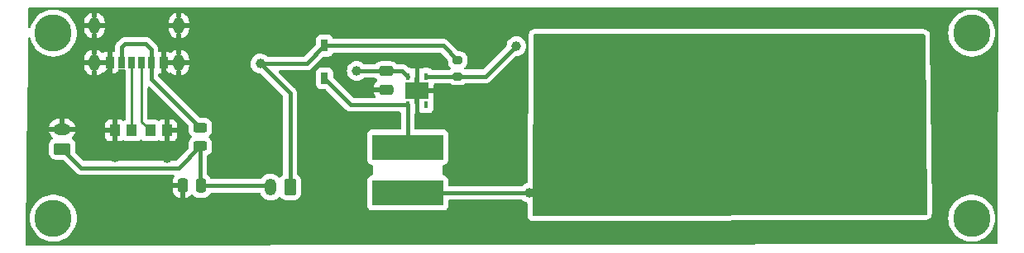
<source format=gbr>
%TF.GenerationSoftware,KiCad,Pcbnew,7.0.10-1.fc38*%
%TF.CreationDate,2024-02-26T14:13:32+00:00*%
%TF.ProjectId,desk-light,6465736b-2d6c-4696-9768-742e6b696361,rev?*%
%TF.SameCoordinates,Original*%
%TF.FileFunction,Copper,L1,Top*%
%TF.FilePolarity,Positive*%
%FSLAX46Y46*%
G04 Gerber Fmt 4.6, Leading zero omitted, Abs format (unit mm)*
G04 Created by KiCad (PCBNEW 7.0.10-1.fc38) date 2024-02-26 14:13:32*
%MOMM*%
%LPD*%
G01*
G04 APERTURE LIST*
G04 Aperture macros list*
%AMRoundRect*
0 Rectangle with rounded corners*
0 $1 Rounding radius*
0 $2 $3 $4 $5 $6 $7 $8 $9 X,Y pos of 4 corners*
0 Add a 4 corners polygon primitive as box body*
4,1,4,$2,$3,$4,$5,$6,$7,$8,$9,$2,$3,0*
0 Add four circle primitives for the rounded corners*
1,1,$1+$1,$2,$3*
1,1,$1+$1,$4,$5*
1,1,$1+$1,$6,$7*
1,1,$1+$1,$8,$9*
0 Add four rect primitives between the rounded corners*
20,1,$1+$1,$2,$3,$4,$5,0*
20,1,$1+$1,$4,$5,$6,$7,0*
20,1,$1+$1,$6,$7,$8,$9,0*
20,1,$1+$1,$8,$9,$2,$3,0*%
G04 Aperture macros list end*
%TA.AperFunction,ComponentPad*%
%ADD10RoundRect,0.250000X0.625000X-0.350000X0.625000X0.350000X-0.625000X0.350000X-0.625000X-0.350000X0*%
%TD*%
%TA.AperFunction,ComponentPad*%
%ADD11O,1.750000X1.200000*%
%TD*%
%TA.AperFunction,ComponentPad*%
%ADD12RoundRect,0.250000X0.350000X0.625000X-0.350000X0.625000X-0.350000X-0.625000X0.350000X-0.625000X0*%
%TD*%
%TA.AperFunction,ComponentPad*%
%ADD13O,1.200000X1.750000*%
%TD*%
%TA.AperFunction,SMDPad,CuDef*%
%ADD14R,0.406400X0.762000*%
%TD*%
%TA.AperFunction,SMDPad,CuDef*%
%ADD15R,2.438400X1.676400*%
%TD*%
%TA.AperFunction,SMDPad,CuDef*%
%ADD16RoundRect,0.200000X0.275000X-0.200000X0.275000X0.200000X-0.275000X0.200000X-0.275000X-0.200000X0*%
%TD*%
%TA.AperFunction,SMDPad,CuDef*%
%ADD17R,1.005599X1.199998*%
%TD*%
%TA.AperFunction,SMDPad,CuDef*%
%ADD18R,7.289800X2.590800*%
%TD*%
%TA.AperFunction,SMDPad,CuDef*%
%ADD19R,0.812800X1.193800*%
%TD*%
%TA.AperFunction,SMDPad,CuDef*%
%ADD20R,0.762000X1.193800*%
%TD*%
%TA.AperFunction,SMDPad,CuDef*%
%ADD21R,0.711200X1.193800*%
%TD*%
%TA.AperFunction,ComponentPad*%
%ADD22C,0.762000*%
%TD*%
%TA.AperFunction,ComponentPad*%
%ADD23O,1.117600X1.701800*%
%TD*%
%TA.AperFunction,ComponentPad*%
%ADD24C,3.800000*%
%TD*%
%TA.AperFunction,SMDPad,CuDef*%
%ADD25RoundRect,0.243750X-0.456250X0.243750X-0.456250X-0.243750X0.456250X-0.243750X0.456250X0.243750X0*%
%TD*%
%TA.AperFunction,SMDPad,CuDef*%
%ADD26R,0.762000X1.219200*%
%TD*%
%TA.AperFunction,SMDPad,CuDef*%
%ADD27RoundRect,0.250000X-0.475000X0.250000X-0.475000X-0.250000X0.475000X-0.250000X0.475000X0.250000X0*%
%TD*%
%TA.AperFunction,SMDPad,CuDef*%
%ADD28RoundRect,0.250000X0.250000X0.475000X-0.250000X0.475000X-0.250000X-0.475000X0.250000X-0.475000X0*%
%TD*%
%TA.AperFunction,ViaPad*%
%ADD29C,1.000000*%
%TD*%
%TA.AperFunction,ViaPad*%
%ADD30C,0.600000*%
%TD*%
%TA.AperFunction,Conductor*%
%ADD31C,0.400000*%
%TD*%
%TA.AperFunction,Conductor*%
%ADD32C,0.250000*%
%TD*%
G04 APERTURE END LIST*
D10*
%TO.P,J2,1,Pin_1*%
%TO.N,Net-(J2-Pin_1)*%
X103900000Y-114880000D03*
D11*
%TO.P,J2,2,Pin_2*%
%TO.N,GND*%
X103900000Y-112880000D03*
%TD*%
D12*
%TO.P,J3,1,Pin_1*%
%TO.N,+5V*%
X127230000Y-118810000D03*
D13*
%TO.P,J3,2,Pin_2*%
%TO.N,Net-(J2-Pin_1)*%
X125230000Y-118810000D03*
%TD*%
D14*
%TO.P,U1,1,SW*%
%TO.N,Net-(D1-A)*%
X139269998Y-110350000D03*
%TO.P,U1,2,GND*%
%TO.N,GND*%
X140219999Y-110350000D03*
%TO.P,U1,3,CTRL*%
%TO.N,unconnected-(U1-CTRL-Pad3)*%
X141170000Y-110350000D03*
%TO.P,U1,4,SET*%
%TO.N,LED_IN*%
X141170000Y-107454400D03*
%TO.P,U1,5,GND*%
%TO.N,GND*%
X140219999Y-107454400D03*
%TO.P,U1,6,VIN*%
%TO.N,+5V*%
X139269998Y-107454400D03*
D15*
%TO.P,U1,7,GND*%
%TO.N,GND*%
X140219999Y-108902200D03*
%TD*%
D16*
%TO.P,R3,1*%
%TO.N,LED_IN*%
X144380000Y-107430000D03*
%TO.P,R3,2*%
%TO.N,+5V*%
X144380000Y-105780000D03*
%TD*%
D17*
%TO.P,R2,1*%
%TO.N,GND*%
X109314403Y-113000006D03*
%TO.P,R2,2*%
%TO.N,Net-(J1-CC2)*%
X111020001Y-113000006D03*
%TD*%
%TO.P,R1,1*%
%TO.N,GND*%
X114625599Y-113000006D03*
%TO.P,R1,2*%
%TO.N,Net-(J1-CC1)*%
X112920001Y-113000006D03*
%TD*%
D18*
%TO.P,L1,1,1*%
%TO.N,Net-(D1-A)*%
X139280000Y-114710000D03*
%TO.P,L1,2,2*%
%TO.N,LED_OUT*%
X139280000Y-119409000D03*
%TD*%
D19*
%TO.P,J1,1,GND*%
%TO.N,GND*%
X114269993Y-106010006D03*
D20*
%TO.P,J1,2,VBUS*%
%TO.N,Net-(F1-Pad1)*%
X113039995Y-106010006D03*
D21*
%TO.P,J1,3,CC1*%
%TO.N,Net-(J1-CC1)*%
X112019997Y-106010006D03*
%TO.P,J1,4,CC2*%
%TO.N,Net-(J1-CC2)*%
X111019999Y-106010006D03*
D20*
%TO.P,J1,5,VBUS*%
%TO.N,Net-(F1-Pad1)*%
X110000001Y-106010006D03*
D19*
%TO.P,J1,6,GND*%
%TO.N,GND*%
X108770003Y-106010006D03*
D22*
%TO.P,J1,13*%
%TO.N,N/C*%
X115840000Y-102210000D03*
D23*
%TO.P,J1,8,PAD*%
%TO.N,GND*%
X115840000Y-102210000D03*
%TO.P,J1,7,PAD*%
X115840000Y-106010000D03*
%TO.P,J1,9,PAD*%
X107199996Y-106010000D03*
%TO.P,J1,10,PAD*%
X107199996Y-102210000D03*
%TD*%
D24*
%TO.P,H4,1*%
%TO.N,N/C*%
X197000000Y-122000000D03*
%TD*%
%TO.P,H3,1*%
%TO.N,N/C*%
X197000000Y-103000000D03*
%TD*%
%TO.P,H2,1*%
%TO.N,N/C*%
X103000000Y-122000000D03*
%TD*%
%TO.P,H1,1*%
%TO.N,N/C*%
X103000000Y-103000000D03*
%TD*%
D25*
%TO.P,F1,1*%
%TO.N,Net-(F1-Pad1)*%
X118040001Y-112715006D03*
%TO.P,F1,2*%
%TO.N,Net-(J2-Pin_1)*%
X118040001Y-114590006D03*
%TD*%
D26*
%TO.P,D1,2,A*%
%TO.N,Net-(D1-A)*%
X130750000Y-107636400D03*
%TO.P,D1,1,K*%
%TO.N,+5V*%
X130750000Y-104283600D03*
%TD*%
D27*
%TO.P,C2,1*%
%TO.N,+5V*%
X137060000Y-106890000D03*
%TO.P,C2,2*%
%TO.N,GND*%
X137060000Y-108790000D03*
%TD*%
D28*
%TO.P,C1,1*%
%TO.N,Net-(J2-Pin_1)*%
X118130001Y-118670006D03*
%TO.P,C1,2*%
%TO.N,GND*%
X116230001Y-118670006D03*
%TD*%
D29*
%TO.N,LED_OUT*%
X183730000Y-113350000D03*
X184490000Y-116570000D03*
X180240000Y-117030000D03*
X176420000Y-116760000D03*
X178330000Y-113120000D03*
X179710000Y-109830000D03*
X183150000Y-110020000D03*
X184220000Y-107380000D03*
X178520000Y-107000000D03*
X167620000Y-111100000D03*
X165890000Y-116910000D03*
X159770000Y-117410000D03*
X163560000Y-114500000D03*
X164060000Y-110370000D03*
X164210000Y-107380000D03*
X151710000Y-119400000D03*
%TO.N,LED_IN*%
X150400000Y-104330000D03*
%TO.N,GND*%
X108430000Y-109930000D03*
X112540000Y-119000000D03*
%TO.N,+5V*%
X124190000Y-106120000D03*
X134050000Y-106880000D03*
%TO.N,GND*%
X134070000Y-108740000D03*
D30*
X140780000Y-108950000D03*
X139670000Y-108950000D03*
D29*
X146180000Y-111930000D03*
X143530000Y-111830000D03*
X140220000Y-105580000D03*
X104140001Y-109150006D03*
X118460001Y-109500006D03*
X109300001Y-115770006D03*
X114650001Y-115840006D03*
%TD*%
D31*
%TO.N,LED_OUT*%
X151659000Y-119409000D02*
X151650000Y-119409000D01*
X151710000Y-119400000D02*
X151659000Y-119409000D01*
X151641000Y-119409000D02*
X151710000Y-119400000D01*
%TO.N,LED_IN*%
X150400000Y-104260000D02*
X150390000Y-104270000D01*
X150400000Y-104330000D02*
X150400000Y-104260000D01*
X150330000Y-104330000D02*
X150400000Y-104330000D01*
%TO.N,Net-(J2-Pin_1)*%
X103900000Y-114880000D02*
X105860006Y-116840006D01*
X105860006Y-116840006D02*
X115790001Y-116840006D01*
X115790001Y-116840006D02*
X118040001Y-114590006D01*
%TO.N,GND*%
X108460000Y-109930000D02*
X108430000Y-109960000D01*
X108430000Y-109930000D02*
X108460000Y-109930000D01*
X108430000Y-109960000D02*
X108430000Y-109930000D01*
X105510000Y-112880000D02*
X108430000Y-109960000D01*
X103900000Y-112880000D02*
X105510000Y-112880000D01*
%TO.N,Net-(J2-Pin_1)*%
X118130001Y-118670006D02*
X125090006Y-118670006D01*
%TO.N,+5V*%
X127230000Y-118810000D02*
X127230000Y-109160000D01*
%TO.N,GND*%
X112520000Y-119000000D02*
X112480000Y-119040000D01*
X112540000Y-119000000D02*
X112520000Y-119000000D01*
X112540000Y-118980000D02*
X112540000Y-119000000D01*
X112849994Y-118670006D02*
X112540000Y-118980000D01*
X116230001Y-118670006D02*
X112849994Y-118670006D01*
%TO.N,+5V*%
X127230000Y-109160000D02*
X124190000Y-106120000D01*
%TO.N,Net-(J2-Pin_1)*%
X125090006Y-118670006D02*
X125230000Y-118810000D01*
%TO.N,Net-(F1-Pad1)*%
X113039995Y-106010006D02*
X113039995Y-104669995D01*
X113039995Y-104669995D02*
X112470000Y-104100000D01*
X112470000Y-104100000D02*
X110350000Y-104100000D01*
X110350000Y-104100000D02*
X110000001Y-104449999D01*
X110000001Y-104449999D02*
X110000001Y-106010006D01*
%TO.N,GND*%
X114269993Y-106010006D02*
X114269993Y-104239993D01*
X114269993Y-104239993D02*
X112440000Y-102410000D01*
X112440000Y-102410000D02*
X110310000Y-102410000D01*
X110310000Y-102410000D02*
X108770003Y-103949997D01*
X108770003Y-103949997D02*
X108770003Y-106010006D01*
%TO.N,+5V*%
X124200000Y-106110000D02*
X128923600Y-106110000D01*
X124190000Y-106120000D02*
X124200000Y-106110000D01*
X124180000Y-106110000D02*
X124190000Y-106120000D01*
%TO.N,Net-(D1-A)*%
X130750000Y-107636400D02*
X133463600Y-110350000D01*
X133463600Y-110350000D02*
X139269998Y-110350000D01*
%TO.N,+5V*%
X130750000Y-104283600D02*
X142883600Y-104283600D01*
X142883600Y-104283600D02*
X144380000Y-105780000D01*
X128923600Y-106110000D02*
X130750000Y-104283600D01*
X134060000Y-106890000D02*
X134070000Y-106890000D01*
X134050000Y-106880000D02*
X134060000Y-106890000D01*
X134080000Y-106890000D02*
X134050000Y-106880000D01*
X137060000Y-106890000D02*
X134080000Y-106890000D01*
X137060000Y-106890000D02*
X138705598Y-106890000D01*
X138705598Y-106890000D02*
X139269998Y-107454400D01*
%TO.N,GND*%
X134040000Y-108740000D02*
X134070000Y-108770000D01*
X134070000Y-108740000D02*
X134040000Y-108740000D01*
X134070000Y-108770000D02*
X134070000Y-108740000D01*
X134090000Y-108790000D02*
X134070000Y-108770000D01*
X137060000Y-108790000D02*
X134090000Y-108790000D01*
%TO.N,Net-(D1-A)*%
X139269998Y-110350000D02*
X139269998Y-114699998D01*
X139269998Y-114699998D02*
X139280000Y-114710000D01*
%TO.N,LED_OUT*%
X139280000Y-119409000D02*
X151641000Y-119409000D01*
%TO.N,GND*%
X140267799Y-108902200D02*
X143152200Y-108902200D01*
X139670000Y-108950000D02*
X140267799Y-108902200D01*
X140172199Y-108902200D02*
X139670000Y-108950000D01*
X146180000Y-111930000D02*
X146230000Y-111980000D01*
X143152200Y-108902200D02*
X146180000Y-111930000D01*
X140219999Y-108902200D02*
X140172199Y-108902200D01*
X143540000Y-111840000D02*
X143610000Y-111840000D01*
X143530000Y-111830000D02*
X143540000Y-111840000D01*
X143520000Y-111840000D02*
X143530000Y-111830000D01*
X140928999Y-111840000D02*
X143520000Y-111840000D01*
X140219999Y-111131000D02*
X140928999Y-111840000D01*
X140219999Y-110350000D02*
X140219999Y-111131000D01*
X140220000Y-105580000D02*
X140220000Y-105640000D01*
X140219999Y-107454400D02*
X140220000Y-105580000D01*
%TO.N,LED_IN*%
X144380000Y-107430000D02*
X147230000Y-107430000D01*
X147230000Y-107430000D02*
X150330000Y-104330000D01*
X141170000Y-107454400D02*
X144355600Y-107454400D01*
X144355600Y-107454400D02*
X144380000Y-107430000D01*
%TO.N,GND*%
X104140001Y-109150006D02*
X104220001Y-109150006D01*
X108770003Y-106010006D02*
X108770003Y-106660004D01*
X108770003Y-106660004D02*
X106280001Y-109150006D01*
X106280001Y-109150006D02*
X104140001Y-109150006D01*
X114269993Y-106010006D02*
X114269993Y-106899998D01*
X114269993Y-106899998D02*
X116870001Y-109500006D01*
X116870001Y-109500006D02*
X118460001Y-109500006D01*
X109314403Y-115784408D02*
X109314403Y-115874408D01*
X109300001Y-115770006D02*
X109314403Y-115784408D01*
X109314403Y-115755604D02*
X109300001Y-115770006D01*
X114600001Y-115840006D02*
X114620001Y-115820006D01*
X114650001Y-115840006D02*
X114600001Y-115840006D01*
X114650001Y-115790006D02*
X114650001Y-115840006D01*
X114625599Y-115814408D02*
X114650001Y-115790006D01*
X114625599Y-113000006D02*
X114625599Y-115814408D01*
X109314403Y-115874408D02*
X109330001Y-115890006D01*
X109314403Y-113000006D02*
X109314403Y-115755604D01*
%TO.N,Net-(J2-Pin_1)*%
X118040001Y-114590006D02*
X118040001Y-118580006D01*
X118040001Y-118580006D02*
X118130001Y-118670006D01*
%TO.N,Net-(F1-Pad1)*%
X113039995Y-106010006D02*
X113039995Y-107715000D01*
X113039995Y-107715000D02*
X118040001Y-112715006D01*
D32*
%TO.N,Net-(J1-CC2)*%
X111019999Y-106010006D02*
X111019999Y-113000004D01*
X111019999Y-113000004D02*
X111020001Y-113000006D01*
%TO.N,Net-(J1-CC1)*%
X112019997Y-106010006D02*
X112019997Y-112100002D01*
X112019997Y-112100002D02*
X112920001Y-113000006D01*
%TD*%
%TA.AperFunction,Conductor*%
%TO.N,GND*%
G36*
X199625451Y-100329987D02*
G01*
X199692488Y-100349678D01*
X199738238Y-100402487D01*
X199749437Y-100454547D01*
X199652234Y-121980602D01*
X199648172Y-121994205D01*
X199648977Y-121995648D01*
X199652040Y-122023604D01*
X199640556Y-124566745D01*
X199620569Y-124633695D01*
X199567559Y-124679211D01*
X199516744Y-124690185D01*
X100285664Y-124839810D01*
X100218595Y-124820226D01*
X100172760Y-124767491D01*
X100161486Y-124714344D01*
X100171670Y-123853272D01*
X100193589Y-122000005D01*
X100594754Y-122000005D01*
X100613718Y-122301446D01*
X100613719Y-122301453D01*
X100670320Y-122598164D01*
X100763659Y-122885431D01*
X100763661Y-122885436D01*
X100892265Y-123158732D01*
X100892268Y-123158738D01*
X101054111Y-123413763D01*
X101246652Y-123646505D01*
X101466836Y-123853272D01*
X101466846Y-123853280D01*
X101711193Y-124030808D01*
X101711198Y-124030810D01*
X101711205Y-124030816D01*
X101975896Y-124176332D01*
X101975901Y-124176334D01*
X101975903Y-124176335D01*
X101975904Y-124176336D01*
X102256734Y-124287524D01*
X102256737Y-124287525D01*
X102354259Y-124312564D01*
X102549302Y-124362642D01*
X102696039Y-124381179D01*
X102848963Y-124400499D01*
X102848969Y-124400499D01*
X102848973Y-124400500D01*
X102848975Y-124400500D01*
X103151025Y-124400500D01*
X103151027Y-124400500D01*
X103151032Y-124400499D01*
X103151036Y-124400499D01*
X103230591Y-124390448D01*
X103450698Y-124362642D01*
X103743262Y-124287525D01*
X103743265Y-124287524D01*
X104024095Y-124176336D01*
X104024096Y-124176335D01*
X104024094Y-124176335D01*
X104024104Y-124176332D01*
X104288795Y-124030816D01*
X104533162Y-123853274D01*
X104753349Y-123646504D01*
X104945885Y-123413768D01*
X105107733Y-123158736D01*
X105236341Y-122885430D01*
X105329681Y-122598160D01*
X105386280Y-122301457D01*
X105387311Y-122285075D01*
X105405246Y-122000005D01*
X105405246Y-121999994D01*
X105386281Y-121698553D01*
X105386280Y-121698546D01*
X105386280Y-121698543D01*
X105329681Y-121401840D01*
X105236341Y-121114570D01*
X105107733Y-120841264D01*
X104945885Y-120586232D01*
X104753349Y-120353496D01*
X104727065Y-120328814D01*
X104578450Y-120189254D01*
X104533162Y-120146726D01*
X104533159Y-120146724D01*
X104533153Y-120146719D01*
X104288806Y-119969191D01*
X104288799Y-119969186D01*
X104288795Y-119969184D01*
X104024104Y-119823668D01*
X104024101Y-119823666D01*
X104024096Y-119823664D01*
X104024095Y-119823663D01*
X103743265Y-119712475D01*
X103743262Y-119712474D01*
X103450695Y-119637357D01*
X103151036Y-119599500D01*
X103151027Y-119599500D01*
X102848973Y-119599500D01*
X102848963Y-119599500D01*
X102549304Y-119637357D01*
X102256737Y-119712474D01*
X102256734Y-119712475D01*
X101975904Y-119823663D01*
X101975903Y-119823664D01*
X101711205Y-119969184D01*
X101711193Y-119969191D01*
X101466846Y-120146719D01*
X101466836Y-120146727D01*
X101246652Y-120353494D01*
X101054111Y-120586236D01*
X100892268Y-120841261D01*
X100892265Y-120841267D01*
X100763661Y-121114563D01*
X100763659Y-121114568D01*
X100670320Y-121401835D01*
X100613719Y-121698546D01*
X100613718Y-121698553D01*
X100594754Y-121999994D01*
X100594754Y-122000005D01*
X100193589Y-122000005D01*
X100230016Y-118920006D01*
X115230002Y-118920006D01*
X115230002Y-119194992D01*
X115240495Y-119297703D01*
X115295642Y-119464125D01*
X115295644Y-119464130D01*
X115387685Y-119613351D01*
X115511655Y-119737321D01*
X115660876Y-119829362D01*
X115660881Y-119829364D01*
X115827303Y-119884511D01*
X115827310Y-119884512D01*
X115930020Y-119895005D01*
X115980000Y-119895004D01*
X115980001Y-119895004D01*
X115980001Y-118920006D01*
X115230002Y-118920006D01*
X100230016Y-118920006D01*
X100273067Y-115280001D01*
X102524500Y-115280001D01*
X102524501Y-115280019D01*
X102535000Y-115382796D01*
X102535001Y-115382799D01*
X102547837Y-115421534D01*
X102590186Y-115549334D01*
X102682288Y-115698656D01*
X102806344Y-115822712D01*
X102955666Y-115914814D01*
X103122203Y-115969999D01*
X103224991Y-115980500D01*
X103958480Y-115980499D01*
X104025519Y-116000183D01*
X104046161Y-116016818D01*
X105347064Y-117317721D01*
X105352184Y-117323159D01*
X105392077Y-117368189D01*
X105441583Y-117402361D01*
X105447603Y-117406791D01*
X105490943Y-117440746D01*
X105494949Y-117443884D01*
X105501851Y-117446990D01*
X105504188Y-117448042D01*
X105523739Y-117459069D01*
X105526038Y-117460656D01*
X105532077Y-117464825D01*
X105588303Y-117486148D01*
X105595218Y-117489012D01*
X105650074Y-117513701D01*
X105660048Y-117515528D01*
X105681662Y-117521554D01*
X105684783Y-117522737D01*
X105691134Y-117525146D01*
X105748247Y-117532080D01*
X105750820Y-117532393D01*
X105758225Y-117533520D01*
X105779179Y-117537359D01*
X105817400Y-117544364D01*
X105877439Y-117540731D01*
X105884927Y-117540506D01*
X115280331Y-117540506D01*
X115347370Y-117560191D01*
X115393125Y-117612995D01*
X115403069Y-117682153D01*
X115385870Y-117729603D01*
X115295644Y-117875881D01*
X115295642Y-117875886D01*
X115240495Y-118042308D01*
X115240494Y-118042315D01*
X115230001Y-118145019D01*
X115230001Y-118420006D01*
X116356001Y-118420006D01*
X116423040Y-118439691D01*
X116468795Y-118492495D01*
X116480001Y-118544006D01*
X116480001Y-119895005D01*
X116529973Y-119895005D01*
X116529987Y-119895004D01*
X116632698Y-119884511D01*
X116799120Y-119829364D01*
X116799125Y-119829362D01*
X116948346Y-119737321D01*
X117072319Y-119613348D01*
X117074166Y-119610354D01*
X117075970Y-119608730D01*
X117076799Y-119607683D01*
X117076977Y-119607824D01*
X117126111Y-119563627D01*
X117195074Y-119552402D01*
X117259157Y-119580242D01*
X117285244Y-119610347D01*
X117287289Y-119613662D01*
X117411345Y-119737718D01*
X117560667Y-119829820D01*
X117727204Y-119885005D01*
X117829992Y-119895506D01*
X118430009Y-119895505D01*
X118430017Y-119895504D01*
X118430020Y-119895504D01*
X118486303Y-119889754D01*
X118532798Y-119885005D01*
X118699335Y-119829820D01*
X118848657Y-119737718D01*
X118972713Y-119613662D01*
X119064815Y-119464340D01*
X119067745Y-119455499D01*
X119107519Y-119398055D01*
X119172036Y-119371234D01*
X119185450Y-119370506D01*
X124074047Y-119370506D01*
X124141086Y-119390191D01*
X124186841Y-119442995D01*
X124193024Y-119459571D01*
X124203682Y-119495871D01*
X124203683Y-119495874D01*
X124203684Y-119495875D01*
X124238612Y-119563627D01*
X124299991Y-119682686D01*
X124429905Y-119847883D01*
X124429909Y-119847887D01*
X124588746Y-119985521D01*
X124770750Y-120090601D01*
X124770752Y-120090601D01*
X124770756Y-120090604D01*
X124969367Y-120159344D01*
X125177398Y-120189254D01*
X125387330Y-120179254D01*
X125591576Y-120129704D01*
X125677199Y-120090601D01*
X125782743Y-120042401D01*
X125782746Y-120042399D01*
X125782753Y-120042396D01*
X125953952Y-119920486D01*
X126051751Y-119817916D01*
X126112258Y-119782983D01*
X126182049Y-119786307D01*
X126238963Y-119826835D01*
X126247030Y-119838388D01*
X126287288Y-119903656D01*
X126411344Y-120027712D01*
X126560666Y-120119814D01*
X126727203Y-120174999D01*
X126829991Y-120185500D01*
X127630008Y-120185499D01*
X127630016Y-120185498D01*
X127630019Y-120185498D01*
X127691143Y-120179254D01*
X127732797Y-120174999D01*
X127899334Y-120119814D01*
X128048656Y-120027712D01*
X128172712Y-119903656D01*
X128264814Y-119754334D01*
X128319999Y-119587797D01*
X128330500Y-119485009D01*
X128330499Y-118134992D01*
X128319999Y-118032203D01*
X128264814Y-117865666D01*
X128172712Y-117716344D01*
X128048656Y-117592288D01*
X128048655Y-117592287D01*
X127989402Y-117555739D01*
X127942678Y-117503791D01*
X127930500Y-117450201D01*
X127930500Y-109184908D01*
X127930726Y-109177421D01*
X127934357Y-109117394D01*
X127934356Y-109117391D01*
X127923516Y-109058235D01*
X127922389Y-109050830D01*
X127915140Y-108991129D01*
X127915139Y-108991125D01*
X127911546Y-108981651D01*
X127905519Y-108960029D01*
X127903694Y-108950070D01*
X127903694Y-108950068D01*
X127879010Y-108895223D01*
X127876149Y-108888317D01*
X127854818Y-108832070D01*
X127849058Y-108823726D01*
X127838035Y-108804180D01*
X127833878Y-108794943D01*
X127796763Y-108747569D01*
X127792345Y-108741563D01*
X127758185Y-108692073D01*
X127755615Y-108689796D01*
X127713153Y-108652178D01*
X127707715Y-108647058D01*
X127354527Y-108293870D01*
X129868500Y-108293870D01*
X129868501Y-108293876D01*
X129874908Y-108353483D01*
X129925202Y-108488328D01*
X129925206Y-108488335D01*
X130011452Y-108603544D01*
X130011455Y-108603547D01*
X130126664Y-108689793D01*
X130126671Y-108689797D01*
X130171618Y-108706561D01*
X130261517Y-108740091D01*
X130321127Y-108746500D01*
X130818080Y-108746499D01*
X130885119Y-108766183D01*
X130905761Y-108782818D01*
X132950658Y-110827715D01*
X132955778Y-110833153D01*
X132995671Y-110878183D01*
X133045177Y-110912355D01*
X133051197Y-110916785D01*
X133098543Y-110953878D01*
X133105445Y-110956984D01*
X133107782Y-110958036D01*
X133127333Y-110969063D01*
X133135670Y-110974818D01*
X133191929Y-110996153D01*
X133198806Y-110999002D01*
X133220332Y-111008691D01*
X133253663Y-111023693D01*
X133253666Y-111023693D01*
X133253669Y-111023695D01*
X133263634Y-111025521D01*
X133285256Y-111031548D01*
X133288377Y-111032731D01*
X133294728Y-111035140D01*
X133352289Y-111042128D01*
X133354415Y-111042387D01*
X133361822Y-111043514D01*
X133420994Y-111054358D01*
X133481033Y-111050725D01*
X133488521Y-111050500D01*
X138445498Y-111050500D01*
X138512537Y-111070185D01*
X138558292Y-111122989D01*
X138569498Y-111174500D01*
X138569498Y-112790100D01*
X138549813Y-112857139D01*
X138497009Y-112902894D01*
X138445498Y-112914100D01*
X135587229Y-112914100D01*
X135587223Y-112914101D01*
X135527616Y-112920508D01*
X135392771Y-112970802D01*
X135392764Y-112970806D01*
X135277555Y-113057052D01*
X135277552Y-113057055D01*
X135191306Y-113172264D01*
X135191302Y-113172271D01*
X135141008Y-113307117D01*
X135134601Y-113366716D01*
X135134601Y-113366723D01*
X135134600Y-113366735D01*
X135134600Y-116053270D01*
X135134601Y-116053276D01*
X135141008Y-116112883D01*
X135191302Y-116247728D01*
X135191306Y-116247735D01*
X135277552Y-116362944D01*
X135277555Y-116362947D01*
X135392764Y-116449193D01*
X135392771Y-116449197D01*
X135437718Y-116465961D01*
X135527617Y-116499491D01*
X135575158Y-116504602D01*
X135639706Y-116531339D01*
X135679554Y-116588732D01*
X135685900Y-116627891D01*
X135685900Y-117491108D01*
X135666215Y-117558147D01*
X135613411Y-117603902D01*
X135575155Y-117614397D01*
X135527620Y-117619507D01*
X135392771Y-117669802D01*
X135392764Y-117669806D01*
X135277555Y-117756052D01*
X135277552Y-117756055D01*
X135191306Y-117871264D01*
X135191302Y-117871271D01*
X135141008Y-118006117D01*
X135137117Y-118042315D01*
X135134601Y-118065723D01*
X135134600Y-118065735D01*
X135134600Y-120752270D01*
X135134601Y-120752276D01*
X135141008Y-120811883D01*
X135191302Y-120946728D01*
X135191306Y-120946735D01*
X135277552Y-121061944D01*
X135277555Y-121061947D01*
X135392764Y-121148193D01*
X135392771Y-121148197D01*
X135527617Y-121198491D01*
X135527616Y-121198491D01*
X135534544Y-121199235D01*
X135587227Y-121204900D01*
X142972772Y-121204899D01*
X143032383Y-121198491D01*
X143167231Y-121148196D01*
X143282446Y-121061946D01*
X143368696Y-120946731D01*
X143418991Y-120811883D01*
X143425400Y-120752273D01*
X143425400Y-120233500D01*
X143445085Y-120166461D01*
X143497889Y-120120706D01*
X143549400Y-120109500D01*
X150953063Y-120109500D01*
X151020102Y-120129185D01*
X151031728Y-120137647D01*
X151151460Y-120235909D01*
X151151467Y-120235913D01*
X151325268Y-120328812D01*
X151325270Y-120328812D01*
X151325273Y-120328814D01*
X151445623Y-120365322D01*
X151504061Y-120403619D01*
X151532517Y-120467431D01*
X151533624Y-120484843D01*
X151525381Y-121671214D01*
X151536724Y-121781274D01*
X151548089Y-121833993D01*
X151548093Y-121834005D01*
X151583098Y-121938942D01*
X151646748Y-122037287D01*
X151661275Y-122059731D01*
X151707200Y-122112388D01*
X151707203Y-122112391D01*
X151816243Y-122206261D01*
X151816244Y-122206261D01*
X151816246Y-122206263D01*
X151898746Y-122243617D01*
X151947314Y-122265609D01*
X152014416Y-122285077D01*
X152156893Y-122305093D01*
X192306755Y-122175898D01*
X192415892Y-122163617D01*
X192468155Y-122151880D01*
X192572078Y-122116310D01*
X192692316Y-122037287D01*
X192734462Y-122000005D01*
X194594754Y-122000005D01*
X194613718Y-122301446D01*
X194613719Y-122301453D01*
X194670320Y-122598164D01*
X194763659Y-122885431D01*
X194763661Y-122885436D01*
X194892265Y-123158732D01*
X194892268Y-123158738D01*
X195054111Y-123413763D01*
X195246652Y-123646505D01*
X195466836Y-123853272D01*
X195466846Y-123853280D01*
X195711193Y-124030808D01*
X195711198Y-124030810D01*
X195711205Y-124030816D01*
X195975896Y-124176332D01*
X195975901Y-124176334D01*
X195975903Y-124176335D01*
X195975904Y-124176336D01*
X196256734Y-124287524D01*
X196256737Y-124287525D01*
X196354259Y-124312564D01*
X196549302Y-124362642D01*
X196696039Y-124381179D01*
X196848963Y-124400499D01*
X196848969Y-124400499D01*
X196848973Y-124400500D01*
X196848975Y-124400500D01*
X197151025Y-124400500D01*
X197151027Y-124400500D01*
X197151032Y-124400499D01*
X197151036Y-124400499D01*
X197230591Y-124390448D01*
X197450698Y-124362642D01*
X197743262Y-124287525D01*
X197743265Y-124287524D01*
X198024095Y-124176336D01*
X198024096Y-124176335D01*
X198024094Y-124176335D01*
X198024104Y-124176332D01*
X198288795Y-124030816D01*
X198533162Y-123853274D01*
X198753349Y-123646504D01*
X198945885Y-123413768D01*
X199107733Y-123158736D01*
X199236341Y-122885430D01*
X199329681Y-122598160D01*
X199386280Y-122301457D01*
X199388536Y-122265609D01*
X199404286Y-122015258D01*
X199407639Y-122006024D01*
X199404480Y-121987828D01*
X199404025Y-121980602D01*
X199397779Y-121881308D01*
X199386281Y-121698553D01*
X199386280Y-121698546D01*
X199386280Y-121698543D01*
X199329681Y-121401840D01*
X199236341Y-121114570D01*
X199107733Y-120841264D01*
X198945885Y-120586232D01*
X198753349Y-120353496D01*
X198727065Y-120328814D01*
X198578450Y-120189254D01*
X198533162Y-120146726D01*
X198533159Y-120146724D01*
X198533153Y-120146719D01*
X198288806Y-119969191D01*
X198288799Y-119969186D01*
X198288795Y-119969184D01*
X198024104Y-119823668D01*
X198024101Y-119823666D01*
X198024096Y-119823664D01*
X198024095Y-119823663D01*
X197743265Y-119712475D01*
X197743262Y-119712474D01*
X197450695Y-119637357D01*
X197151036Y-119599500D01*
X197151027Y-119599500D01*
X196848973Y-119599500D01*
X196848963Y-119599500D01*
X196549304Y-119637357D01*
X196256737Y-119712474D01*
X196256734Y-119712475D01*
X195975904Y-119823663D01*
X195975903Y-119823664D01*
X195711205Y-119969184D01*
X195711193Y-119969191D01*
X195466846Y-120146719D01*
X195466836Y-120146727D01*
X195246652Y-120353494D01*
X195054111Y-120586236D01*
X194892268Y-120841261D01*
X194892265Y-120841267D01*
X194763661Y-121114563D01*
X194763659Y-121114568D01*
X194670320Y-121401835D01*
X194613719Y-121698546D01*
X194613718Y-121698553D01*
X194594754Y-121999994D01*
X194594754Y-122000005D01*
X192734462Y-122000005D01*
X192744649Y-121990994D01*
X192837746Y-121881308D01*
X192896177Y-121749827D01*
X192907799Y-121708694D01*
X192915177Y-121682589D01*
X192916694Y-121671214D01*
X192934197Y-121539965D01*
X192746729Y-103207563D01*
X192734645Y-103102747D01*
X192723445Y-103052504D01*
X192705822Y-103000005D01*
X194594754Y-103000005D01*
X194613718Y-103301446D01*
X194613719Y-103301453D01*
X194635353Y-103414860D01*
X194670318Y-103598157D01*
X194670320Y-103598164D01*
X194763659Y-103885431D01*
X194763661Y-103885436D01*
X194892265Y-104158732D01*
X194892268Y-104158738D01*
X195054111Y-104413763D01*
X195054114Y-104413767D01*
X195054115Y-104413768D01*
X195126381Y-104501123D01*
X195246652Y-104646505D01*
X195466836Y-104853272D01*
X195466846Y-104853280D01*
X195711193Y-105030808D01*
X195711198Y-105030810D01*
X195711205Y-105030816D01*
X195975896Y-105176332D01*
X195975901Y-105176334D01*
X195975903Y-105176335D01*
X195975904Y-105176336D01*
X196256734Y-105287524D01*
X196256737Y-105287525D01*
X196310778Y-105301400D01*
X196549302Y-105362642D01*
X196696039Y-105381179D01*
X196848963Y-105400499D01*
X196848969Y-105400499D01*
X196848973Y-105400500D01*
X196848975Y-105400500D01*
X197151025Y-105400500D01*
X197151027Y-105400500D01*
X197151032Y-105400499D01*
X197151036Y-105400499D01*
X197255585Y-105387291D01*
X197450698Y-105362642D01*
X197743262Y-105287525D01*
X197751948Y-105284086D01*
X198024095Y-105176336D01*
X198024096Y-105176335D01*
X198024094Y-105176335D01*
X198024104Y-105176332D01*
X198288795Y-105030816D01*
X198533162Y-104853274D01*
X198753349Y-104646504D01*
X198945885Y-104413768D01*
X199107733Y-104158736D01*
X199236341Y-103885430D01*
X199329681Y-103598160D01*
X199386280Y-103301457D01*
X199392058Y-103209618D01*
X199405246Y-103000005D01*
X199405246Y-102999994D01*
X199386281Y-102698553D01*
X199386280Y-102698546D01*
X199386280Y-102698543D01*
X199329681Y-102401840D01*
X199236341Y-102114570D01*
X199232123Y-102105607D01*
X199161795Y-101956151D01*
X199107733Y-101841264D01*
X198945885Y-101586232D01*
X198753349Y-101353496D01*
X198533162Y-101146726D01*
X198533159Y-101146724D01*
X198533153Y-101146719D01*
X198288806Y-100969191D01*
X198288799Y-100969186D01*
X198288795Y-100969184D01*
X198024104Y-100823668D01*
X198024101Y-100823666D01*
X198024096Y-100823664D01*
X198024095Y-100823663D01*
X197743265Y-100712475D01*
X197743262Y-100712474D01*
X197450695Y-100637357D01*
X197151036Y-100599500D01*
X197151027Y-100599500D01*
X196848973Y-100599500D01*
X196848963Y-100599500D01*
X196549304Y-100637357D01*
X196256737Y-100712474D01*
X196256734Y-100712475D01*
X195975904Y-100823663D01*
X195975903Y-100823664D01*
X195711205Y-100969184D01*
X195711193Y-100969191D01*
X195466846Y-101146719D01*
X195466836Y-101146727D01*
X195246652Y-101353494D01*
X195054111Y-101586236D01*
X194892268Y-101841261D01*
X194892265Y-101841267D01*
X194763661Y-102114563D01*
X194763659Y-102114568D01*
X194670320Y-102401835D01*
X194613719Y-102698546D01*
X194613718Y-102698553D01*
X194594754Y-102999994D01*
X194594754Y-103000005D01*
X192705822Y-103000005D01*
X192689874Y-102952496D01*
X192612086Y-102831457D01*
X192612081Y-102831451D01*
X192566337Y-102778659D01*
X192566333Y-102778656D01*
X192566331Y-102778653D01*
X192457597Y-102684433D01*
X192457594Y-102684431D01*
X192457592Y-102684430D01*
X192326726Y-102624664D01*
X192326721Y-102624662D01*
X192326720Y-102624662D01*
X192264980Y-102606533D01*
X192259678Y-102604976D01*
X192212205Y-102598150D01*
X192117261Y-102584500D01*
X152283141Y-102584500D01*
X152283132Y-102584500D01*
X152177410Y-102595680D01*
X152126691Y-102606529D01*
X152126674Y-102606533D01*
X152025619Y-102639583D01*
X151904050Y-102716524D01*
X151904044Y-102716528D01*
X151850923Y-102761916D01*
X151755951Y-102869992D01*
X151755949Y-102869995D01*
X151695273Y-103000448D01*
X151695272Y-103000452D01*
X151675124Y-103067344D01*
X151675123Y-103067347D01*
X151675120Y-103067363D01*
X151653656Y-103209618D01*
X151653656Y-103209622D01*
X151646397Y-104254301D01*
X151626247Y-104321202D01*
X151611655Y-104333669D01*
X151643083Y-104395076D01*
X151645252Y-104419044D01*
X151548720Y-118312300D01*
X151528570Y-118379201D01*
X151475450Y-118424588D01*
X151460719Y-118430098D01*
X151325271Y-118471186D01*
X151151467Y-118564086D01*
X151151460Y-118564090D01*
X151009796Y-118680353D01*
X150945486Y-118707666D01*
X150931131Y-118708500D01*
X143549399Y-118708500D01*
X143482360Y-118688815D01*
X143436605Y-118636011D01*
X143425399Y-118584500D01*
X143425399Y-118065729D01*
X143425398Y-118065723D01*
X143425397Y-118065716D01*
X143418991Y-118006117D01*
X143401156Y-117958300D01*
X143368697Y-117871271D01*
X143368693Y-117871264D01*
X143282447Y-117756055D01*
X143282444Y-117756052D01*
X143167235Y-117669806D01*
X143167228Y-117669802D01*
X143032383Y-117619508D01*
X142984843Y-117614397D01*
X142920292Y-117587658D01*
X142880445Y-117530265D01*
X142874100Y-117491108D01*
X142874100Y-116627891D01*
X142893785Y-116560852D01*
X142946589Y-116515097D01*
X142984847Y-116504601D01*
X143032383Y-116499491D01*
X143167228Y-116449197D01*
X143167227Y-116449197D01*
X143167231Y-116449196D01*
X143282446Y-116362946D01*
X143368696Y-116247731D01*
X143418991Y-116112883D01*
X143425400Y-116053273D01*
X143425399Y-113366728D01*
X143418991Y-113307117D01*
X143368696Y-113172269D01*
X143368695Y-113172268D01*
X143368693Y-113172264D01*
X143282447Y-113057055D01*
X143282444Y-113057052D01*
X143167235Y-112970806D01*
X143167228Y-112970802D01*
X143032382Y-112920508D01*
X143032383Y-112920508D01*
X142972783Y-112914101D01*
X142972781Y-112914100D01*
X142972773Y-112914100D01*
X142972765Y-112914100D01*
X140094498Y-112914100D01*
X140027459Y-112894415D01*
X139981704Y-112841611D01*
X139970498Y-112790100D01*
X139970498Y-111328663D01*
X139990183Y-111261624D01*
X140006817Y-111240982D01*
X140016799Y-111231000D01*
X140423199Y-111231000D01*
X140471027Y-111231000D01*
X140471043Y-111230999D01*
X140530571Y-111224598D01*
X140530575Y-111224597D01*
X140650949Y-111179700D01*
X140720641Y-111174716D01*
X140737616Y-111179700D01*
X140797430Y-111202008D01*
X140859317Y-111225091D01*
X140918927Y-111231500D01*
X141421072Y-111231499D01*
X141480683Y-111225091D01*
X141615531Y-111174796D01*
X141730746Y-111088546D01*
X141816996Y-110973331D01*
X141867291Y-110838483D01*
X141873700Y-110778873D01*
X141873699Y-110028595D01*
X141881517Y-109985262D01*
X141932796Y-109847776D01*
X141932797Y-109847772D01*
X141939198Y-109788244D01*
X141939199Y-109788227D01*
X141939199Y-109152200D01*
X140469999Y-109152200D01*
X140469999Y-109880080D01*
X140469288Y-109893332D01*
X140466301Y-109921125D01*
X140466300Y-109921137D01*
X140466300Y-110188937D01*
X140446615Y-110255976D01*
X140429981Y-110276618D01*
X140423199Y-110283400D01*
X140423199Y-111231000D01*
X140016799Y-111231000D01*
X140016799Y-110283400D01*
X140010016Y-110276617D01*
X139976531Y-110215294D01*
X139973697Y-110188936D01*
X139973697Y-109921129D01*
X139973697Y-109921127D01*
X139970708Y-109893331D01*
X139969999Y-109880078D01*
X139969999Y-107924320D01*
X139970710Y-107911064D01*
X139971070Y-107907714D01*
X139973698Y-107883273D01*
X139973697Y-107615461D01*
X139993381Y-107548424D01*
X140010017Y-107527781D01*
X140016799Y-107520999D01*
X140016799Y-106573400D01*
X139968954Y-106573400D01*
X139909426Y-106579801D01*
X139909418Y-106579803D01*
X139789046Y-106624699D01*
X139719354Y-106629683D01*
X139702380Y-106624699D01*
X139580680Y-106579308D01*
X139580681Y-106579308D01*
X139521081Y-106572901D01*
X139521079Y-106572900D01*
X139521071Y-106572900D01*
X139521063Y-106572900D01*
X139430517Y-106572900D01*
X139363478Y-106553215D01*
X139342836Y-106536581D01*
X139218538Y-106412283D01*
X139213403Y-106406828D01*
X139173527Y-106361816D01*
X139173522Y-106361812D01*
X139124036Y-106327655D01*
X139118001Y-106323215D01*
X139070658Y-106286124D01*
X139070653Y-106286120D01*
X139061411Y-106281961D01*
X139041864Y-106270936D01*
X139033529Y-106265183D01*
X139033530Y-106265183D01*
X139033528Y-106265182D01*
X138977292Y-106243854D01*
X138970388Y-106240994D01*
X138915530Y-106216305D01*
X138915528Y-106216304D01*
X138905544Y-106214474D01*
X138883941Y-106208451D01*
X138874472Y-106204860D01*
X138874469Y-106204859D01*
X138814769Y-106197610D01*
X138807368Y-106196483D01*
X138748207Y-106185642D01*
X138748201Y-106185642D01*
X138688165Y-106189274D01*
X138680677Y-106189500D01*
X138197231Y-106189500D01*
X138130192Y-106169815D01*
X138109550Y-106153182D01*
X138063560Y-106107192D01*
X138003656Y-106047288D01*
X137854334Y-105955186D01*
X137687797Y-105900001D01*
X137687795Y-105900000D01*
X137585010Y-105889500D01*
X136534998Y-105889500D01*
X136534980Y-105889501D01*
X136432203Y-105900000D01*
X136432200Y-105900001D01*
X136265668Y-105955185D01*
X136265663Y-105955187D01*
X136116345Y-106047287D01*
X136010450Y-106153182D01*
X135949127Y-106186666D01*
X135922769Y-106189500D01*
X134830088Y-106189500D01*
X134763049Y-106169815D01*
X134751423Y-106161353D01*
X134608539Y-106044090D01*
X134608532Y-106044086D01*
X134434733Y-105951188D01*
X134434727Y-105951186D01*
X134265994Y-105900001D01*
X134246129Y-105893975D01*
X134050000Y-105874659D01*
X133853870Y-105893975D01*
X133665266Y-105951188D01*
X133491467Y-106044086D01*
X133491460Y-106044090D01*
X133339116Y-106169116D01*
X133214090Y-106321460D01*
X133214086Y-106321467D01*
X133121188Y-106495266D01*
X133063975Y-106683870D01*
X133044659Y-106880000D01*
X133063975Y-107076129D01*
X133063976Y-107076132D01*
X133110926Y-107230906D01*
X133121188Y-107264733D01*
X133214086Y-107438532D01*
X133214090Y-107438539D01*
X133339116Y-107590883D01*
X133491460Y-107715909D01*
X133491467Y-107715913D01*
X133665266Y-107808811D01*
X133665269Y-107808811D01*
X133665273Y-107808814D01*
X133853868Y-107866024D01*
X134050000Y-107885341D01*
X134246132Y-107866024D01*
X134434727Y-107808814D01*
X134608538Y-107715910D01*
X134717095Y-107626819D01*
X134727053Y-107618647D01*
X134791363Y-107591334D01*
X134805718Y-107590500D01*
X135922769Y-107590500D01*
X135989808Y-107610185D01*
X136010450Y-107626818D01*
X136116344Y-107732712D01*
X136116346Y-107732713D01*
X136119653Y-107734753D01*
X136121445Y-107736746D01*
X136122011Y-107737193D01*
X136121934Y-107737289D01*
X136166379Y-107786699D01*
X136177603Y-107855661D01*
X136149761Y-107919744D01*
X136119665Y-107945826D01*
X136116660Y-107947679D01*
X136116655Y-107947683D01*
X135992684Y-108071654D01*
X135900643Y-108220875D01*
X135900641Y-108220880D01*
X135845494Y-108387302D01*
X135845493Y-108387309D01*
X135835000Y-108490013D01*
X135835000Y-108540000D01*
X137186000Y-108540000D01*
X137253039Y-108559685D01*
X137298794Y-108612489D01*
X137310000Y-108664000D01*
X137310000Y-108916000D01*
X137290315Y-108983039D01*
X137237511Y-109028794D01*
X137186000Y-109040000D01*
X135835001Y-109040000D01*
X135835001Y-109089986D01*
X135845494Y-109192697D01*
X135900641Y-109359119D01*
X135900643Y-109359124D01*
X135963113Y-109460403D01*
X135981553Y-109527796D01*
X135960630Y-109594459D01*
X135906988Y-109639229D01*
X135857574Y-109649500D01*
X133805119Y-109649500D01*
X133738080Y-109629815D01*
X133717438Y-109613181D01*
X131667818Y-107563561D01*
X131634333Y-107502238D01*
X131631499Y-107475880D01*
X131631499Y-106978929D01*
X131631498Y-106978923D01*
X131631497Y-106978916D01*
X131625091Y-106919317D01*
X131615344Y-106893185D01*
X131574797Y-106784471D01*
X131574793Y-106784464D01*
X131488547Y-106669255D01*
X131488544Y-106669252D01*
X131373335Y-106583006D01*
X131373328Y-106583002D01*
X131238482Y-106532708D01*
X131238483Y-106532708D01*
X131178883Y-106526301D01*
X131178881Y-106526300D01*
X131178873Y-106526300D01*
X131178864Y-106526300D01*
X130321129Y-106526300D01*
X130321123Y-106526301D01*
X130261516Y-106532708D01*
X130126671Y-106583002D01*
X130126664Y-106583006D01*
X130011455Y-106669252D01*
X130011452Y-106669255D01*
X129925206Y-106784464D01*
X129925202Y-106784471D01*
X129874908Y-106919317D01*
X129869409Y-106970468D01*
X129868501Y-106978923D01*
X129868500Y-106978935D01*
X129868500Y-108293870D01*
X127354527Y-108293870D01*
X126082838Y-107022181D01*
X126049353Y-106960858D01*
X126054337Y-106891166D01*
X126096209Y-106835233D01*
X126161673Y-106810816D01*
X126170519Y-106810500D01*
X128898679Y-106810500D01*
X128906166Y-106810725D01*
X128966206Y-106814358D01*
X129025382Y-106803513D01*
X129032785Y-106802387D01*
X129036521Y-106801933D01*
X129092472Y-106795140D01*
X129101935Y-106791550D01*
X129123561Y-106785522D01*
X129124493Y-106785351D01*
X129133532Y-106783695D01*
X129188408Y-106758996D01*
X129195278Y-106756150D01*
X129251530Y-106734818D01*
X129259866Y-106729062D01*
X129279421Y-106718034D01*
X129288657Y-106713878D01*
X129336013Y-106676775D01*
X129342004Y-106672366D01*
X129391529Y-106638183D01*
X129431422Y-106593151D01*
X129436524Y-106587731D01*
X130594238Y-105430018D01*
X130655561Y-105396533D01*
X130681919Y-105393699D01*
X131178871Y-105393699D01*
X131178872Y-105393699D01*
X131238483Y-105387291D01*
X131373331Y-105336996D01*
X131488546Y-105250746D01*
X131574796Y-105135531D01*
X131582581Y-105114659D01*
X131601190Y-105064767D01*
X131643061Y-105008833D01*
X131708526Y-104984416D01*
X131717372Y-104984100D01*
X142542081Y-104984100D01*
X142609120Y-105003785D01*
X142629762Y-105020419D01*
X143368181Y-105758838D01*
X143401666Y-105820161D01*
X143404500Y-105846519D01*
X143404500Y-106036616D01*
X143405470Y-106047287D01*
X143410913Y-106107192D01*
X143410913Y-106107194D01*
X143410914Y-106107196D01*
X143441347Y-106204860D01*
X143461522Y-106269606D01*
X143549530Y-106415188D01*
X143651661Y-106517319D01*
X143685146Y-106578642D01*
X143680162Y-106648334D01*
X143651663Y-106692679D01*
X143626764Y-106717579D01*
X143565442Y-106751066D01*
X143539081Y-106753900D01*
X141820154Y-106753900D01*
X141753115Y-106734215D01*
X141732467Y-106717576D01*
X141730748Y-106715857D01*
X141730746Y-106715854D01*
X141615531Y-106629604D01*
X141615529Y-106629603D01*
X141615528Y-106629602D01*
X141480686Y-106579310D01*
X141480685Y-106579309D01*
X141480683Y-106579309D01*
X141421073Y-106572900D01*
X141421063Y-106572900D01*
X140918929Y-106572900D01*
X140918923Y-106572901D01*
X140859316Y-106579308D01*
X140737618Y-106624699D01*
X140667926Y-106629683D01*
X140650952Y-106624699D01*
X140530579Y-106579803D01*
X140530571Y-106579801D01*
X140471043Y-106573400D01*
X140423199Y-106573400D01*
X140423199Y-107521000D01*
X140429982Y-107527783D01*
X140463467Y-107589106D01*
X140466300Y-107615461D01*
X140466301Y-107883272D01*
X140469213Y-107910365D01*
X140469289Y-107911067D01*
X140469999Y-107924321D01*
X140469999Y-108652200D01*
X141939199Y-108652200D01*
X141939199Y-108278900D01*
X141958884Y-108211861D01*
X142011688Y-108166106D01*
X142063199Y-108154900D01*
X143588002Y-108154900D01*
X143655041Y-108174585D01*
X143664469Y-108181285D01*
X143669807Y-108185466D01*
X143669812Y-108185469D01*
X143669815Y-108185472D01*
X143815394Y-108273478D01*
X143977804Y-108324086D01*
X144048384Y-108330500D01*
X144048387Y-108330500D01*
X144711613Y-108330500D01*
X144711616Y-108330500D01*
X144782196Y-108324086D01*
X144944606Y-108273478D01*
X145090185Y-108185472D01*
X145094372Y-108181285D01*
X145108839Y-108166819D01*
X145170162Y-108133334D01*
X145196520Y-108130500D01*
X147205079Y-108130500D01*
X147212566Y-108130725D01*
X147272606Y-108134358D01*
X147331782Y-108123513D01*
X147339185Y-108122387D01*
X147342921Y-108121933D01*
X147398872Y-108115140D01*
X147408335Y-108111550D01*
X147429961Y-108105522D01*
X147430893Y-108105351D01*
X147439932Y-108103695D01*
X147494808Y-108078996D01*
X147501678Y-108076150D01*
X147557930Y-108054818D01*
X147566266Y-108049062D01*
X147585821Y-108038034D01*
X147595057Y-108033878D01*
X147642413Y-107996775D01*
X147648404Y-107992366D01*
X147697929Y-107958183D01*
X147737822Y-107913151D01*
X147742924Y-107907731D01*
X150281439Y-105369216D01*
X150342760Y-105335733D01*
X150381270Y-105333496D01*
X150400000Y-105335341D01*
X150596132Y-105316024D01*
X150784727Y-105258814D01*
X150799820Y-105250747D01*
X150916077Y-105188606D01*
X150958538Y-105165910D01*
X151110883Y-105040883D01*
X151235910Y-104888538D01*
X151328814Y-104714727D01*
X151386024Y-104526132D01*
X151397853Y-104406025D01*
X151424012Y-104341242D01*
X151433097Y-104334812D01*
X151403183Y-104287546D01*
X151398997Y-104265592D01*
X151397919Y-104254649D01*
X151386024Y-104133868D01*
X151328814Y-103945273D01*
X151328811Y-103945269D01*
X151328811Y-103945266D01*
X151235913Y-103771467D01*
X151235909Y-103771460D01*
X151110883Y-103619116D01*
X150958539Y-103494090D01*
X150958532Y-103494086D01*
X150784733Y-103401188D01*
X150784727Y-103401186D01*
X150596132Y-103343976D01*
X150596129Y-103343975D01*
X150400000Y-103324659D01*
X150203870Y-103343975D01*
X150015266Y-103401188D01*
X149841467Y-103494086D01*
X149841460Y-103494090D01*
X149689116Y-103619116D01*
X149564090Y-103771460D01*
X149564086Y-103771467D01*
X149471188Y-103945266D01*
X149413975Y-104133871D01*
X149405050Y-104224487D01*
X149378889Y-104289274D01*
X149369328Y-104300013D01*
X146976162Y-106693181D01*
X146914839Y-106726666D01*
X146888481Y-106729500D01*
X145196520Y-106729500D01*
X145129481Y-106709815D01*
X145108926Y-106693269D01*
X145108838Y-106693181D01*
X145108423Y-106692766D01*
X145074879Y-106631479D01*
X145079794Y-106561783D01*
X145108336Y-106517320D01*
X145210472Y-106415185D01*
X145298478Y-106269606D01*
X145349086Y-106107196D01*
X145355500Y-106036616D01*
X145355500Y-105523384D01*
X145349086Y-105452804D01*
X145298478Y-105290394D01*
X145210472Y-105144815D01*
X145210470Y-105144813D01*
X145210469Y-105144811D01*
X145090188Y-105024530D01*
X144999576Y-104969753D01*
X144944606Y-104936522D01*
X144782196Y-104885914D01*
X144782194Y-104885913D01*
X144782192Y-104885913D01*
X144732778Y-104881423D01*
X144711616Y-104879500D01*
X144711613Y-104879500D01*
X144521519Y-104879500D01*
X144454480Y-104859815D01*
X144433838Y-104843181D01*
X143396540Y-103805883D01*
X143391405Y-103800428D01*
X143351529Y-103755416D01*
X143351524Y-103755412D01*
X143302038Y-103721255D01*
X143296003Y-103716815D01*
X143248660Y-103679724D01*
X143248655Y-103679720D01*
X143239413Y-103675561D01*
X143219866Y-103664536D01*
X143211531Y-103658783D01*
X143211532Y-103658783D01*
X143211530Y-103658782D01*
X143155294Y-103637454D01*
X143148390Y-103634594D01*
X143093532Y-103609905D01*
X143093530Y-103609904D01*
X143083546Y-103608074D01*
X143061943Y-103602051D01*
X143052474Y-103598460D01*
X143052471Y-103598459D01*
X142992771Y-103591210D01*
X142985370Y-103590083D01*
X142926209Y-103579242D01*
X142926203Y-103579242D01*
X142866167Y-103582874D01*
X142858679Y-103583100D01*
X131717372Y-103583100D01*
X131650333Y-103563415D01*
X131604578Y-103510611D01*
X131601190Y-103502433D01*
X131574797Y-103431671D01*
X131574793Y-103431664D01*
X131488547Y-103316455D01*
X131488544Y-103316452D01*
X131373335Y-103230206D01*
X131373328Y-103230202D01*
X131238482Y-103179908D01*
X131238483Y-103179908D01*
X131178883Y-103173501D01*
X131178881Y-103173500D01*
X131178873Y-103173500D01*
X131178864Y-103173500D01*
X130321129Y-103173500D01*
X130321123Y-103173501D01*
X130261516Y-103179908D01*
X130126671Y-103230202D01*
X130126664Y-103230206D01*
X130011455Y-103316452D01*
X130011452Y-103316455D01*
X129925206Y-103431664D01*
X129925202Y-103431671D01*
X129874908Y-103566517D01*
X129868501Y-103626116D01*
X129868500Y-103626135D01*
X129868500Y-104123080D01*
X129848815Y-104190119D01*
X129832181Y-104210761D01*
X128669762Y-105373181D01*
X128608439Y-105406666D01*
X128582081Y-105409500D01*
X124945718Y-105409500D01*
X124878679Y-105389815D01*
X124867053Y-105381353D01*
X124748539Y-105284090D01*
X124748532Y-105284086D01*
X124574733Y-105191188D01*
X124574727Y-105191186D01*
X124421850Y-105144811D01*
X124386129Y-105133975D01*
X124190000Y-105114659D01*
X123993870Y-105133975D01*
X123805266Y-105191188D01*
X123631467Y-105284086D01*
X123631460Y-105284090D01*
X123479116Y-105409116D01*
X123354090Y-105561460D01*
X123354086Y-105561467D01*
X123261188Y-105735266D01*
X123203975Y-105923870D01*
X123184659Y-106120000D01*
X123203975Y-106316129D01*
X123203976Y-106316132D01*
X123234024Y-106415188D01*
X123261188Y-106504733D01*
X123354086Y-106678532D01*
X123354090Y-106678539D01*
X123479116Y-106830883D01*
X123631460Y-106955909D01*
X123631467Y-106955913D01*
X123805266Y-107048811D01*
X123805269Y-107048811D01*
X123805273Y-107048814D01*
X123993868Y-107106024D01*
X124162135Y-107122596D01*
X124226921Y-107148757D01*
X124237661Y-107158318D01*
X126493181Y-109413838D01*
X126526666Y-109475161D01*
X126529500Y-109501519D01*
X126529500Y-117450201D01*
X126509815Y-117517240D01*
X126470598Y-117555739D01*
X126411344Y-117592287D01*
X126287288Y-117716343D01*
X126287285Y-117716347D01*
X126248184Y-117779740D01*
X126196236Y-117826465D01*
X126127274Y-117837686D01*
X126063192Y-117809843D01*
X126045175Y-117791294D01*
X126042276Y-117787608D01*
X126030092Y-117772114D01*
X125983818Y-117732017D01*
X125871253Y-117634478D01*
X125689249Y-117529398D01*
X125689245Y-117529396D01*
X125689244Y-117529396D01*
X125490633Y-117460656D01*
X125282602Y-117430746D01*
X125282598Y-117430746D01*
X125072672Y-117440745D01*
X124868421Y-117490296D01*
X124868417Y-117490298D01*
X124677256Y-117577598D01*
X124677251Y-117577601D01*
X124506046Y-117699515D01*
X124506040Y-117699520D01*
X124361014Y-117851620D01*
X124321860Y-117912546D01*
X124269056Y-117958300D01*
X124217545Y-117969506D01*
X119185450Y-117969506D01*
X119118411Y-117949821D01*
X119072656Y-117897017D01*
X119067745Y-117884513D01*
X119064815Y-117875673D01*
X119064815Y-117875672D01*
X118972713Y-117726350D01*
X118848657Y-117602294D01*
X118848656Y-117602293D01*
X118799403Y-117571913D01*
X118752679Y-117519964D01*
X118740501Y-117466375D01*
X118740501Y-115625636D01*
X118760186Y-115558597D01*
X118807277Y-115517467D01*
X118806779Y-115516660D01*
X118811624Y-115513671D01*
X118812109Y-115513248D01*
X118812916Y-115512871D01*
X118812926Y-115512868D01*
X118961004Y-115421532D01*
X119084027Y-115298509D01*
X119175363Y-115150431D01*
X119230088Y-114985281D01*
X119240501Y-114883354D01*
X119240501Y-114296658D01*
X119230088Y-114194731D01*
X119175363Y-114029581D01*
X119175359Y-114029575D01*
X119175358Y-114029572D01*
X119084029Y-113881506D01*
X119084026Y-113881502D01*
X118961005Y-113758481D01*
X118961004Y-113758480D01*
X118960302Y-113758047D01*
X118959922Y-113757624D01*
X118955337Y-113753999D01*
X118955956Y-113753215D01*
X118913576Y-113706104D01*
X118902350Y-113637142D01*
X118930189Y-113573058D01*
X118955456Y-113551163D01*
X118955337Y-113551013D01*
X118958688Y-113548362D01*
X118960300Y-113546965D01*
X118961004Y-113546532D01*
X119084027Y-113423509D01*
X119175363Y-113275431D01*
X119230088Y-113110281D01*
X119240501Y-113008354D01*
X119240501Y-112421658D01*
X119230088Y-112319731D01*
X119175363Y-112154581D01*
X119175359Y-112154575D01*
X119175358Y-112154572D01*
X119084029Y-112006506D01*
X119084026Y-112006502D01*
X118961004Y-111883480D01*
X118961000Y-111883477D01*
X118812934Y-111792148D01*
X118812928Y-111792145D01*
X118812926Y-111792144D01*
X118762719Y-111775507D01*
X118647777Y-111737419D01*
X118545856Y-111727006D01*
X118545849Y-111727006D01*
X118094020Y-111727006D01*
X118026981Y-111707321D01*
X118006339Y-111690687D01*
X113776814Y-107461162D01*
X113743329Y-107399839D01*
X113740495Y-107373481D01*
X113740495Y-107230906D01*
X113760180Y-107163867D01*
X113812984Y-107118112D01*
X113864495Y-107106906D01*
X114019993Y-107106906D01*
X114519993Y-107106906D01*
X114724221Y-107106906D01*
X114724237Y-107106905D01*
X114783765Y-107100504D01*
X114783769Y-107100503D01*
X114918478Y-107050259D01*
X114926855Y-107043988D01*
X114992318Y-107019567D01*
X115060592Y-107034413D01*
X115082662Y-107050934D01*
X115082984Y-107050543D01*
X115248914Y-107186719D01*
X115248921Y-107186723D01*
X115432846Y-107285033D01*
X115432849Y-107285034D01*
X115590000Y-107332705D01*
X115590000Y-106972256D01*
X115609685Y-106905217D01*
X115662489Y-106859462D01*
X115731647Y-106849518D01*
X115747447Y-106852852D01*
X115763676Y-106857400D01*
X115763678Y-106857400D01*
X115877985Y-106857400D01*
X115949115Y-106847623D01*
X116018210Y-106857995D01*
X116070729Y-106904077D01*
X116090000Y-106970468D01*
X116090000Y-107332705D01*
X116247150Y-107285034D01*
X116247153Y-107285033D01*
X116431078Y-107186723D01*
X116431085Y-107186719D01*
X116592307Y-107054407D01*
X116724619Y-106893185D01*
X116724623Y-106893178D01*
X116822935Y-106709250D01*
X116883480Y-106509659D01*
X116898800Y-106354111D01*
X116898800Y-106260000D01*
X116499296Y-106260000D01*
X116432257Y-106240315D01*
X116386502Y-106187511D01*
X116377889Y-106161228D01*
X116376217Y-106153182D01*
X116368157Y-106114393D01*
X116345635Y-106070928D01*
X116332270Y-106002351D01*
X116338891Y-105972361D01*
X116373615Y-105874659D01*
X116385054Y-105842474D01*
X116426053Y-105785898D01*
X116491130Y-105760468D01*
X116501894Y-105760000D01*
X116898800Y-105760000D01*
X116898800Y-105665888D01*
X116883480Y-105510340D01*
X116822935Y-105310749D01*
X116724623Y-105126821D01*
X116724619Y-105126814D01*
X116592307Y-104965592D01*
X116431085Y-104833280D01*
X116431078Y-104833276D01*
X116247152Y-104734965D01*
X116090000Y-104687293D01*
X116090000Y-105047743D01*
X116070315Y-105114782D01*
X116017511Y-105160537D01*
X115948353Y-105170481D01*
X115932547Y-105167145D01*
X115916326Y-105162600D01*
X115916324Y-105162600D01*
X115802015Y-105162600D01*
X115802013Y-105162600D01*
X115730884Y-105172376D01*
X115661789Y-105162003D01*
X115609270Y-105115921D01*
X115590000Y-105049531D01*
X115590000Y-104687293D01*
X115589999Y-104687293D01*
X115432847Y-104734965D01*
X115248921Y-104833276D01*
X115248914Y-104833280D01*
X115082984Y-104969457D01*
X115081955Y-104968204D01*
X115027506Y-104997925D01*
X114957815Y-104992930D01*
X114926855Y-104976021D01*
X114918482Y-104969753D01*
X114918479Y-104969751D01*
X114783772Y-104919509D01*
X114783765Y-104919507D01*
X114724237Y-104913106D01*
X114519993Y-104913106D01*
X114519993Y-105760006D01*
X114789512Y-105760006D01*
X114789568Y-105760000D01*
X115180704Y-105760000D01*
X115247743Y-105779685D01*
X115293498Y-105832489D01*
X115302111Y-105858772D01*
X115311843Y-105905607D01*
X115311844Y-105905610D01*
X115334364Y-105949072D01*
X115347729Y-106017651D01*
X115341106Y-106047644D01*
X115294946Y-106177525D01*
X115253948Y-106234102D01*
X115188870Y-106259532D01*
X115178106Y-106260000D01*
X115168081Y-106260000D01*
X115168025Y-106260006D01*
X114519993Y-106260006D01*
X114519993Y-107106906D01*
X114019993Y-107106906D01*
X114019993Y-104913106D01*
X113864495Y-104913106D01*
X113797456Y-104893421D01*
X113751701Y-104840617D01*
X113740495Y-104789106D01*
X113740495Y-104694915D01*
X113740721Y-104687427D01*
X113744353Y-104627389D01*
X113733509Y-104568216D01*
X113732382Y-104560810D01*
X113728171Y-104526128D01*
X113725135Y-104501123D01*
X113721543Y-104491651D01*
X113715516Y-104470029D01*
X113713690Y-104460066D01*
X113713688Y-104460058D01*
X113692851Y-104413763D01*
X113688998Y-104405203D01*
X113686149Y-104398326D01*
X113664813Y-104342065D01*
X113659057Y-104333726D01*
X113648029Y-104314172D01*
X113643875Y-104304941D01*
X113625217Y-104281126D01*
X113606775Y-104257586D01*
X113602347Y-104251568D01*
X113601293Y-104250041D01*
X113568178Y-104202066D01*
X113523148Y-104162173D01*
X113517710Y-104157053D01*
X112982940Y-103622283D01*
X112977805Y-103616828D01*
X112937929Y-103571816D01*
X112937924Y-103571812D01*
X112888438Y-103537655D01*
X112882403Y-103533215D01*
X112835060Y-103496124D01*
X112835055Y-103496120D01*
X112825813Y-103491961D01*
X112806266Y-103480936D01*
X112797931Y-103475183D01*
X112797932Y-103475183D01*
X112797930Y-103475182D01*
X112741694Y-103453854D01*
X112734790Y-103450994D01*
X112679932Y-103426305D01*
X112679930Y-103426304D01*
X112669946Y-103424474D01*
X112648343Y-103418451D01*
X112638874Y-103414860D01*
X112638871Y-103414859D01*
X112579171Y-103407610D01*
X112571770Y-103406483D01*
X112512609Y-103395642D01*
X112512603Y-103395642D01*
X112452567Y-103399274D01*
X112445079Y-103399500D01*
X110374910Y-103399500D01*
X110367423Y-103399274D01*
X110307396Y-103395643D01*
X110307389Y-103395643D01*
X110248243Y-103406481D01*
X110240843Y-103407608D01*
X110181125Y-103414860D01*
X110171642Y-103418456D01*
X110150038Y-103424478D01*
X110148535Y-103424754D01*
X110140065Y-103426306D01*
X110140063Y-103426307D01*
X110085234Y-103450983D01*
X110078319Y-103453848D01*
X110022068Y-103475182D01*
X110013724Y-103480942D01*
X109994183Y-103491964D01*
X109984944Y-103496122D01*
X109984939Y-103496125D01*
X109937594Y-103533216D01*
X109931566Y-103537652D01*
X109882072Y-103571816D01*
X109882064Y-103571823D01*
X109842183Y-103616838D01*
X109837051Y-103622290D01*
X109522291Y-103937050D01*
X109516839Y-103942182D01*
X109471820Y-103982067D01*
X109437650Y-104031568D01*
X109433214Y-104037596D01*
X109396125Y-104084937D01*
X109396120Y-104084947D01*
X109391961Y-104094187D01*
X109380943Y-104113722D01*
X109375188Y-104122060D01*
X109375180Y-104122075D01*
X109353854Y-104178304D01*
X109350990Y-104185219D01*
X109326306Y-104240067D01*
X109324478Y-104250041D01*
X109318454Y-104271652D01*
X109314861Y-104281126D01*
X109314861Y-104281127D01*
X109307611Y-104340826D01*
X109306484Y-104348226D01*
X109295643Y-104407388D01*
X109295643Y-104407394D01*
X109299275Y-104467431D01*
X109299501Y-104474919D01*
X109299501Y-104789106D01*
X109279816Y-104856145D01*
X109227012Y-104901900D01*
X109175501Y-104913106D01*
X109020003Y-104913106D01*
X109020003Y-107106906D01*
X109224231Y-107106906D01*
X109224247Y-107106905D01*
X109283775Y-107100504D01*
X109283782Y-107100502D01*
X109418489Y-107050260D01*
X109418496Y-107050256D01*
X109533590Y-106964096D01*
X109533593Y-106964093D01*
X109619753Y-106848999D01*
X109619757Y-106848992D01*
X109642479Y-106788072D01*
X109684350Y-106732138D01*
X109749814Y-106707721D01*
X109758647Y-106707405D01*
X109887307Y-106707405D01*
X109907469Y-106709853D01*
X109907500Y-106709602D01*
X109914943Y-106710506D01*
X109914945Y-106710506D01*
X110085059Y-106710506D01*
X110092502Y-106709602D01*
X110092532Y-106709853D01*
X110112695Y-106707405D01*
X110270499Y-106707405D01*
X110337538Y-106727090D01*
X110383293Y-106779894D01*
X110394499Y-106831405D01*
X110394499Y-111825496D01*
X110374814Y-111892535D01*
X110322010Y-111938290D01*
X110313834Y-111941677D01*
X110274874Y-111956208D01*
X110274869Y-111956211D01*
X110241096Y-111981494D01*
X110175631Y-112005911D01*
X110107358Y-111991059D01*
X110092474Y-111981494D01*
X110059292Y-111956654D01*
X110059289Y-111956652D01*
X109924582Y-111906410D01*
X109924575Y-111906408D01*
X109865047Y-111900007D01*
X109564403Y-111900007D01*
X109564403Y-114100005D01*
X109865031Y-114100005D01*
X109865047Y-114100004D01*
X109924575Y-114093603D01*
X109924579Y-114093602D01*
X110059290Y-114043357D01*
X110092470Y-114018518D01*
X110157934Y-113994099D01*
X110226207Y-114008949D01*
X110241082Y-114018507D01*
X110274870Y-114043801D01*
X110274873Y-114043802D01*
X110274872Y-114043802D01*
X110409718Y-114094096D01*
X110409717Y-114094096D01*
X110416645Y-114094840D01*
X110469328Y-114100505D01*
X111570673Y-114100504D01*
X111630284Y-114094096D01*
X111765132Y-114043801D01*
X111880347Y-113957551D01*
X111880349Y-113957547D01*
X111882320Y-113955578D01*
X111884770Y-113954239D01*
X111887446Y-113952237D01*
X111887734Y-113952621D01*
X111943643Y-113922093D01*
X112013335Y-113927077D01*
X112052532Y-113952268D01*
X112052556Y-113952237D01*
X112052996Y-113952566D01*
X112057682Y-113955578D01*
X112059656Y-113957552D01*
X112174865Y-114043798D01*
X112174872Y-114043802D01*
X112309718Y-114094096D01*
X112309717Y-114094096D01*
X112316645Y-114094840D01*
X112369328Y-114100505D01*
X113470673Y-114100504D01*
X113530284Y-114094096D01*
X113618097Y-114061344D01*
X113665130Y-114043802D01*
X113665130Y-114043801D01*
X113665132Y-114043801D01*
X113698905Y-114018517D01*
X113764367Y-113994100D01*
X113832640Y-114008950D01*
X113847527Y-114018518D01*
X113880705Y-114043355D01*
X113880712Y-114043359D01*
X114015419Y-114093601D01*
X114015426Y-114093603D01*
X114074954Y-114100004D01*
X114074971Y-114100005D01*
X114375599Y-114100005D01*
X114375599Y-113250006D01*
X114875599Y-113250006D01*
X114875599Y-114100005D01*
X115176227Y-114100005D01*
X115176243Y-114100004D01*
X115235771Y-114093603D01*
X115235778Y-114093601D01*
X115370485Y-114043359D01*
X115370492Y-114043355D01*
X115485586Y-113957195D01*
X115485589Y-113957192D01*
X115571749Y-113842098D01*
X115571753Y-113842091D01*
X115621995Y-113707384D01*
X115621997Y-113707377D01*
X115628398Y-113647849D01*
X115628399Y-113647832D01*
X115628399Y-113250006D01*
X114875599Y-113250006D01*
X114375599Y-113250006D01*
X114375599Y-111900007D01*
X114875599Y-111900007D01*
X114875599Y-112750006D01*
X115628399Y-112750006D01*
X115628399Y-112352179D01*
X115628398Y-112352162D01*
X115621997Y-112292634D01*
X115621995Y-112292627D01*
X115571753Y-112157920D01*
X115571749Y-112157913D01*
X115485589Y-112042819D01*
X115485586Y-112042816D01*
X115370492Y-111956656D01*
X115370485Y-111956652D01*
X115235778Y-111906410D01*
X115235771Y-111906408D01*
X115176243Y-111900007D01*
X114875599Y-111900007D01*
X114375599Y-111900007D01*
X114074954Y-111900007D01*
X114015426Y-111906408D01*
X114015419Y-111906410D01*
X113880712Y-111956652D01*
X113880710Y-111956653D01*
X113847526Y-111981495D01*
X113782061Y-112005911D01*
X113713788Y-111991059D01*
X113698904Y-111981493D01*
X113665132Y-111956211D01*
X113665129Y-111956209D01*
X113530283Y-111905915D01*
X113530284Y-111905915D01*
X113470684Y-111899508D01*
X113470682Y-111899507D01*
X113470674Y-111899507D01*
X113470666Y-111899507D01*
X112769497Y-111899507D01*
X112702458Y-111879822D01*
X112656703Y-111827018D01*
X112645497Y-111775507D01*
X112645497Y-108610521D01*
X112665182Y-108543482D01*
X112717986Y-108497727D01*
X112787144Y-108487783D01*
X112850700Y-108516808D01*
X112857178Y-108522840D01*
X116803182Y-112468844D01*
X116836667Y-112530167D01*
X116839501Y-112556525D01*
X116839501Y-113008361D01*
X116849914Y-113110282D01*
X116904638Y-113275428D01*
X116904643Y-113275439D01*
X116995972Y-113423505D01*
X116995975Y-113423509D01*
X117118997Y-113546531D01*
X117119001Y-113546534D01*
X117119704Y-113546968D01*
X117120084Y-113547391D01*
X117124665Y-113551013D01*
X117124046Y-113551795D01*
X117166429Y-113598916D01*
X117177650Y-113667878D01*
X117149807Y-113731960D01*
X117124545Y-113753848D01*
X117124665Y-113753999D01*
X117121316Y-113756646D01*
X117119704Y-113758044D01*
X117119001Y-113758477D01*
X117118997Y-113758480D01*
X116995975Y-113881502D01*
X116995972Y-113881506D01*
X116904643Y-114029572D01*
X116904638Y-114029583D01*
X116849914Y-114194729D01*
X116839501Y-114296650D01*
X116839501Y-114748487D01*
X116819816Y-114815526D01*
X116803182Y-114836168D01*
X115536163Y-116103187D01*
X115474840Y-116136672D01*
X115448482Y-116139506D01*
X106201525Y-116139506D01*
X106134486Y-116119821D01*
X106113844Y-116103187D01*
X105311818Y-115301161D01*
X105278333Y-115239838D01*
X105275499Y-115213480D01*
X105275499Y-114479998D01*
X105275498Y-114479981D01*
X105264999Y-114377203D01*
X105264998Y-114377200D01*
X105209814Y-114210666D01*
X105117712Y-114061344D01*
X104993656Y-113937288D01*
X104929806Y-113897905D01*
X104883083Y-113845958D01*
X104871860Y-113776995D01*
X104899704Y-113712913D01*
X104918254Y-113694895D01*
X104937540Y-113679728D01*
X105075105Y-113520969D01*
X105075114Y-113520958D01*
X105180144Y-113339039D01*
X105180147Y-113339032D01*
X105210960Y-113250006D01*
X108311603Y-113250006D01*
X108311603Y-113647849D01*
X108318004Y-113707377D01*
X108318006Y-113707384D01*
X108368248Y-113842091D01*
X108368252Y-113842098D01*
X108454412Y-113957192D01*
X108454415Y-113957195D01*
X108569509Y-114043355D01*
X108569516Y-114043359D01*
X108704223Y-114093601D01*
X108704230Y-114093603D01*
X108763758Y-114100004D01*
X108763775Y-114100005D01*
X109064403Y-114100005D01*
X109064403Y-113250006D01*
X108311603Y-113250006D01*
X105210960Y-113250006D01*
X105248855Y-113140517D01*
X105248855Y-113140515D01*
X105250368Y-113130000D01*
X104179560Y-113130000D01*
X104218278Y-113087941D01*
X104268551Y-112973330D01*
X104278886Y-112848605D01*
X104253918Y-112750006D01*
X108311603Y-112750006D01*
X109064403Y-112750006D01*
X109064403Y-111900007D01*
X108763758Y-111900007D01*
X108704230Y-111906408D01*
X108704223Y-111906410D01*
X108569516Y-111956652D01*
X108569509Y-111956656D01*
X108454415Y-112042816D01*
X108454412Y-112042819D01*
X108368252Y-112157913D01*
X108368248Y-112157920D01*
X108318006Y-112292627D01*
X108318004Y-112292634D01*
X108311603Y-112352162D01*
X108311603Y-112750006D01*
X104253918Y-112750006D01*
X104248163Y-112727281D01*
X104184606Y-112630000D01*
X105246257Y-112630000D01*
X105219229Y-112518590D01*
X105131959Y-112327492D01*
X105010110Y-112156380D01*
X105010104Y-112156374D01*
X104858067Y-112011407D01*
X104681342Y-111897833D01*
X104486314Y-111819755D01*
X104280038Y-111780000D01*
X104150000Y-111780000D01*
X104150000Y-112599382D01*
X104080948Y-112545637D01*
X103962576Y-112505000D01*
X103868927Y-112505000D01*
X103776554Y-112520414D01*
X103666486Y-112579981D01*
X103650000Y-112597889D01*
X103650000Y-111780000D01*
X103572602Y-111780000D01*
X103415877Y-111794965D01*
X103415873Y-111794966D01*
X103214313Y-111854149D01*
X103027585Y-111950413D01*
X102862462Y-112080268D01*
X102862459Y-112080271D01*
X102724894Y-112239030D01*
X102724885Y-112239041D01*
X102619855Y-112420960D01*
X102619852Y-112420967D01*
X102551144Y-112619482D01*
X102551144Y-112619484D01*
X102549632Y-112630000D01*
X103620440Y-112630000D01*
X103581722Y-112672059D01*
X103531449Y-112786670D01*
X103521114Y-112911395D01*
X103551837Y-113032719D01*
X103615394Y-113130000D01*
X102553742Y-113130000D01*
X102580770Y-113241409D01*
X102668040Y-113432507D01*
X102789889Y-113603619D01*
X102789900Y-113603631D01*
X102892521Y-113701479D01*
X102927457Y-113761987D01*
X102924132Y-113831778D01*
X102883604Y-113888692D01*
X102872049Y-113896760D01*
X102806347Y-113937285D01*
X102806343Y-113937288D01*
X102682289Y-114061342D01*
X102590187Y-114210663D01*
X102590186Y-114210666D01*
X102535001Y-114377203D01*
X102535001Y-114377204D01*
X102535000Y-114377204D01*
X102524500Y-114479983D01*
X102524500Y-115280001D01*
X100273067Y-115280001D01*
X100378634Y-106354111D01*
X106141196Y-106354111D01*
X106156515Y-106509659D01*
X106217060Y-106709250D01*
X106315372Y-106893178D01*
X106315376Y-106893185D01*
X106447688Y-107054407D01*
X106608910Y-107186719D01*
X106608917Y-107186723D01*
X106792842Y-107285033D01*
X106792845Y-107285034D01*
X106949996Y-107332705D01*
X106949996Y-106972256D01*
X106969681Y-106905217D01*
X107022485Y-106859462D01*
X107091643Y-106849518D01*
X107107443Y-106852852D01*
X107123672Y-106857400D01*
X107123674Y-106857400D01*
X107237981Y-106857400D01*
X107309111Y-106847623D01*
X107378206Y-106857995D01*
X107430725Y-106904077D01*
X107449996Y-106970468D01*
X107449996Y-107332705D01*
X107607146Y-107285034D01*
X107607149Y-107285033D01*
X107791074Y-107186723D01*
X107791081Y-107186719D01*
X107957012Y-107050542D01*
X107958046Y-107051802D01*
X108012443Y-107022089D01*
X108082135Y-107027062D01*
X108113129Y-107043983D01*
X108121510Y-107050256D01*
X108121516Y-107050260D01*
X108256223Y-107100502D01*
X108256230Y-107100504D01*
X108315758Y-107106905D01*
X108315775Y-107106906D01*
X108520003Y-107106906D01*
X108520003Y-106260006D01*
X107871971Y-106260006D01*
X107871951Y-106260000D01*
X107859292Y-106260000D01*
X107792253Y-106240315D01*
X107746498Y-106187511D01*
X107737885Y-106161228D01*
X107736213Y-106153182D01*
X107728153Y-106114393D01*
X107705631Y-106070928D01*
X107692266Y-106002351D01*
X107698887Y-105972361D01*
X107733611Y-105874659D01*
X107745050Y-105842474D01*
X107786049Y-105785898D01*
X107851126Y-105760468D01*
X107861890Y-105760000D01*
X108250428Y-105760000D01*
X108250448Y-105760006D01*
X108520003Y-105760006D01*
X108520003Y-104913106D01*
X108315758Y-104913106D01*
X108256230Y-104919507D01*
X108256223Y-104919509D01*
X108121516Y-104969751D01*
X108121510Y-104969755D01*
X108113137Y-104976023D01*
X108047672Y-105000439D01*
X107979399Y-104985586D01*
X107957332Y-104969066D01*
X107957012Y-104969457D01*
X107791081Y-104833280D01*
X107791074Y-104833276D01*
X107607148Y-104734965D01*
X107449996Y-104687293D01*
X107449996Y-105047743D01*
X107430311Y-105114782D01*
X107377507Y-105160537D01*
X107308349Y-105170481D01*
X107292543Y-105167145D01*
X107276322Y-105162600D01*
X107276320Y-105162600D01*
X107162011Y-105162600D01*
X107162009Y-105162600D01*
X107090880Y-105172376D01*
X107021785Y-105162003D01*
X106969266Y-105115921D01*
X106949996Y-105049531D01*
X106949996Y-104687293D01*
X106949995Y-104687293D01*
X106792843Y-104734965D01*
X106608917Y-104833276D01*
X106608910Y-104833280D01*
X106447688Y-104965592D01*
X106315376Y-105126814D01*
X106315372Y-105126821D01*
X106217060Y-105310749D01*
X106156515Y-105510340D01*
X106141196Y-105665888D01*
X106141196Y-105760000D01*
X106540700Y-105760000D01*
X106607739Y-105779685D01*
X106653494Y-105832489D01*
X106662107Y-105858772D01*
X106671839Y-105905607D01*
X106671840Y-105905610D01*
X106694360Y-105949072D01*
X106707725Y-106017651D01*
X106701102Y-106047644D01*
X106654942Y-106177525D01*
X106613944Y-106234102D01*
X106548866Y-106259532D01*
X106538102Y-106260000D01*
X106141196Y-106260000D01*
X106141196Y-106354111D01*
X100378634Y-106354111D01*
X100411762Y-103553025D01*
X100432238Y-103486226D01*
X100485579Y-103441098D01*
X100554850Y-103431973D01*
X100618058Y-103461748D01*
X100655135Y-103520969D01*
X100657556Y-103531258D01*
X100670318Y-103598157D01*
X100670318Y-103598159D01*
X100763659Y-103885431D01*
X100763661Y-103885436D01*
X100892265Y-104158732D01*
X100892268Y-104158738D01*
X101054111Y-104413763D01*
X101054114Y-104413767D01*
X101054115Y-104413768D01*
X101126381Y-104501123D01*
X101246652Y-104646505D01*
X101466836Y-104853272D01*
X101466846Y-104853280D01*
X101711193Y-105030808D01*
X101711198Y-105030810D01*
X101711205Y-105030816D01*
X101975896Y-105176332D01*
X101975901Y-105176334D01*
X101975903Y-105176335D01*
X101975904Y-105176336D01*
X102256734Y-105287524D01*
X102256737Y-105287525D01*
X102310778Y-105301400D01*
X102549302Y-105362642D01*
X102696039Y-105381179D01*
X102848963Y-105400499D01*
X102848969Y-105400499D01*
X102848973Y-105400500D01*
X102848975Y-105400500D01*
X103151025Y-105400500D01*
X103151027Y-105400500D01*
X103151032Y-105400499D01*
X103151036Y-105400499D01*
X103255585Y-105387291D01*
X103450698Y-105362642D01*
X103743262Y-105287525D01*
X103751948Y-105284086D01*
X104024095Y-105176336D01*
X104024096Y-105176335D01*
X104024094Y-105176335D01*
X104024104Y-105176332D01*
X104288795Y-105030816D01*
X104533162Y-104853274D01*
X104753349Y-104646504D01*
X104945885Y-104413768D01*
X105107733Y-104158736D01*
X105236341Y-103885430D01*
X105329681Y-103598160D01*
X105386280Y-103301457D01*
X105392058Y-103209618D01*
X105405246Y-103000005D01*
X105405246Y-102999994D01*
X105386281Y-102698553D01*
X105386280Y-102698546D01*
X105386280Y-102698543D01*
X105358728Y-102554111D01*
X106141196Y-102554111D01*
X106156515Y-102709659D01*
X106217060Y-102909250D01*
X106315372Y-103093178D01*
X106315376Y-103093185D01*
X106447688Y-103254407D01*
X106608910Y-103386719D01*
X106608917Y-103386723D01*
X106792842Y-103485033D01*
X106792845Y-103485034D01*
X106949996Y-103532705D01*
X106949996Y-103172256D01*
X106969681Y-103105217D01*
X107022485Y-103059462D01*
X107091643Y-103049518D01*
X107107443Y-103052852D01*
X107123672Y-103057400D01*
X107123674Y-103057400D01*
X107237981Y-103057400D01*
X107309111Y-103047623D01*
X107378206Y-103057995D01*
X107430725Y-103104077D01*
X107449996Y-103170468D01*
X107449996Y-103532705D01*
X107607146Y-103485034D01*
X107607149Y-103485033D01*
X107791074Y-103386723D01*
X107791081Y-103386719D01*
X107952303Y-103254407D01*
X108084615Y-103093185D01*
X108084619Y-103093178D01*
X108182931Y-102909250D01*
X108243476Y-102709659D01*
X108258796Y-102554111D01*
X114781200Y-102554111D01*
X114796519Y-102709659D01*
X114857064Y-102909250D01*
X114955376Y-103093178D01*
X114955380Y-103093185D01*
X115087692Y-103254407D01*
X115248914Y-103386719D01*
X115248921Y-103386723D01*
X115432846Y-103485033D01*
X115432849Y-103485034D01*
X115590000Y-103532705D01*
X115590000Y-103172256D01*
X115609685Y-103105217D01*
X115662489Y-103059462D01*
X115731647Y-103049518D01*
X115747447Y-103052852D01*
X115763676Y-103057400D01*
X115763678Y-103057400D01*
X115877985Y-103057400D01*
X115949115Y-103047623D01*
X116018210Y-103057995D01*
X116070729Y-103104077D01*
X116090000Y-103170468D01*
X116090000Y-103532705D01*
X116247150Y-103485034D01*
X116247153Y-103485033D01*
X116431078Y-103386723D01*
X116431085Y-103386719D01*
X116592307Y-103254407D01*
X116724619Y-103093185D01*
X116724623Y-103093178D01*
X116822935Y-102909250D01*
X116883480Y-102709659D01*
X116898800Y-102554111D01*
X116898800Y-102460000D01*
X116499296Y-102460000D01*
X116432257Y-102440315D01*
X116386502Y-102387511D01*
X116377889Y-102361228D01*
X116368157Y-102314393D01*
X116358401Y-102295564D01*
X116344500Y-102238518D01*
X116344500Y-102177959D01*
X116351660Y-102136433D01*
X116355927Y-102124429D01*
X116364745Y-102099615D01*
X116385054Y-102042474D01*
X116426053Y-101985898D01*
X116491130Y-101960468D01*
X116501894Y-101960000D01*
X116898800Y-101960000D01*
X116898800Y-101865888D01*
X116883480Y-101710340D01*
X116822935Y-101510749D01*
X116724623Y-101326821D01*
X116724619Y-101326814D01*
X116592307Y-101165592D01*
X116431085Y-101033280D01*
X116431078Y-101033276D01*
X116247152Y-100934965D01*
X116090000Y-100887293D01*
X116090000Y-101247743D01*
X116070315Y-101314782D01*
X116017511Y-101360537D01*
X115948353Y-101370481D01*
X115932547Y-101367145D01*
X115916326Y-101362600D01*
X115916324Y-101362600D01*
X115802015Y-101362600D01*
X115802013Y-101362600D01*
X115730884Y-101372376D01*
X115661789Y-101362003D01*
X115609270Y-101315921D01*
X115590000Y-101249531D01*
X115590000Y-100887293D01*
X115589999Y-100887293D01*
X115432847Y-100934965D01*
X115248921Y-101033276D01*
X115248914Y-101033280D01*
X115087692Y-101165592D01*
X114955380Y-101326814D01*
X114955376Y-101326821D01*
X114857064Y-101510749D01*
X114796519Y-101710340D01*
X114781200Y-101865888D01*
X114781200Y-101960000D01*
X115180704Y-101960000D01*
X115247743Y-101979685D01*
X115293498Y-102032489D01*
X115302111Y-102058772D01*
X115311843Y-102105606D01*
X115311844Y-102105611D01*
X115321596Y-102124429D01*
X115335500Y-102181480D01*
X115335500Y-102242040D01*
X115328340Y-102283566D01*
X115294946Y-102377526D01*
X115253948Y-102434102D01*
X115188870Y-102459532D01*
X115178106Y-102460000D01*
X114781200Y-102460000D01*
X114781200Y-102554111D01*
X108258796Y-102554111D01*
X108258796Y-102460000D01*
X107859292Y-102460000D01*
X107792253Y-102440315D01*
X107746498Y-102387511D01*
X107737885Y-102361228D01*
X107728153Y-102314393D01*
X107705631Y-102270928D01*
X107692266Y-102202351D01*
X107698887Y-102172361D01*
X107729196Y-102087078D01*
X107745050Y-102042474D01*
X107786049Y-101985898D01*
X107851126Y-101960468D01*
X107861890Y-101960000D01*
X108258796Y-101960000D01*
X108258796Y-101865888D01*
X108243476Y-101710340D01*
X108182931Y-101510749D01*
X108084619Y-101326821D01*
X108084615Y-101326814D01*
X107952303Y-101165592D01*
X107791081Y-101033280D01*
X107791074Y-101033276D01*
X107607148Y-100934965D01*
X107449996Y-100887293D01*
X107449996Y-101247743D01*
X107430311Y-101314782D01*
X107377507Y-101360537D01*
X107308349Y-101370481D01*
X107292543Y-101367145D01*
X107276322Y-101362600D01*
X107276320Y-101362600D01*
X107162011Y-101362600D01*
X107162009Y-101362600D01*
X107090880Y-101372376D01*
X107021785Y-101362003D01*
X106969266Y-101315921D01*
X106949996Y-101249531D01*
X106949996Y-100887293D01*
X106949995Y-100887293D01*
X106792843Y-100934965D01*
X106608917Y-101033276D01*
X106608910Y-101033280D01*
X106447688Y-101165592D01*
X106315376Y-101326814D01*
X106315372Y-101326821D01*
X106217060Y-101510749D01*
X106156515Y-101710340D01*
X106141196Y-101865888D01*
X106141196Y-101960000D01*
X106540700Y-101960000D01*
X106607739Y-101979685D01*
X106653494Y-102032489D01*
X106662107Y-102058772D01*
X106671839Y-102105607D01*
X106671840Y-102105610D01*
X106694360Y-102149072D01*
X106707725Y-102217651D01*
X106701102Y-102247644D01*
X106654942Y-102377525D01*
X106613944Y-102434102D01*
X106548866Y-102459532D01*
X106538102Y-102460000D01*
X106141196Y-102460000D01*
X106141196Y-102554111D01*
X105358728Y-102554111D01*
X105329681Y-102401840D01*
X105236341Y-102114570D01*
X105232123Y-102105607D01*
X105161795Y-101956151D01*
X105107733Y-101841264D01*
X104945885Y-101586232D01*
X104753349Y-101353496D01*
X104533162Y-101146726D01*
X104533159Y-101146724D01*
X104533153Y-101146719D01*
X104288806Y-100969191D01*
X104288799Y-100969186D01*
X104288795Y-100969184D01*
X104024104Y-100823668D01*
X104024101Y-100823666D01*
X104024096Y-100823664D01*
X104024095Y-100823663D01*
X103743265Y-100712475D01*
X103743262Y-100712474D01*
X103450695Y-100637357D01*
X103151036Y-100599500D01*
X103151027Y-100599500D01*
X102848973Y-100599500D01*
X102848963Y-100599500D01*
X102549304Y-100637357D01*
X102256737Y-100712474D01*
X102256734Y-100712475D01*
X101975904Y-100823663D01*
X101975903Y-100823664D01*
X101711205Y-100969184D01*
X101711193Y-100969191D01*
X101466846Y-101146719D01*
X101466836Y-101146727D01*
X101246652Y-101353494D01*
X101054111Y-101586236D01*
X100892268Y-101841261D01*
X100892265Y-101841267D01*
X100763661Y-102114563D01*
X100763659Y-102114568D01*
X100670317Y-102401845D01*
X100669830Y-102403743D01*
X100669545Y-102404220D01*
X100669115Y-102405546D01*
X100668814Y-102405448D01*
X100634087Y-102463779D01*
X100571561Y-102494960D01*
X100502103Y-102487387D01*
X100447766Y-102443464D01*
X100425801Y-102377137D01*
X100425737Y-102371455D01*
X100448550Y-100442543D01*
X100469026Y-100375744D01*
X100522367Y-100330616D01*
X100572551Y-100320012D01*
X199625451Y-100329987D01*
G37*
%TD.AperFunction*%
%TD*%
%TA.AperFunction,Conductor*%
%TO.N,LED_OUT*%
G36*
X192184300Y-103109685D02*
G01*
X192230055Y-103162489D01*
X192241255Y-103212732D01*
X192428723Y-121545134D01*
X192409724Y-121612371D01*
X192357391Y-121658664D01*
X192305128Y-121670401D01*
X152155266Y-121799596D01*
X152088164Y-121780128D01*
X152042239Y-121727471D01*
X152030870Y-121674735D01*
X152030982Y-121658664D01*
X152159144Y-103213136D01*
X152179294Y-103146237D01*
X152232414Y-103100850D01*
X152283141Y-103090000D01*
X192117261Y-103090000D01*
X192184300Y-103109685D01*
G37*
%TD.AperFunction*%
%TD*%
M02*

</source>
